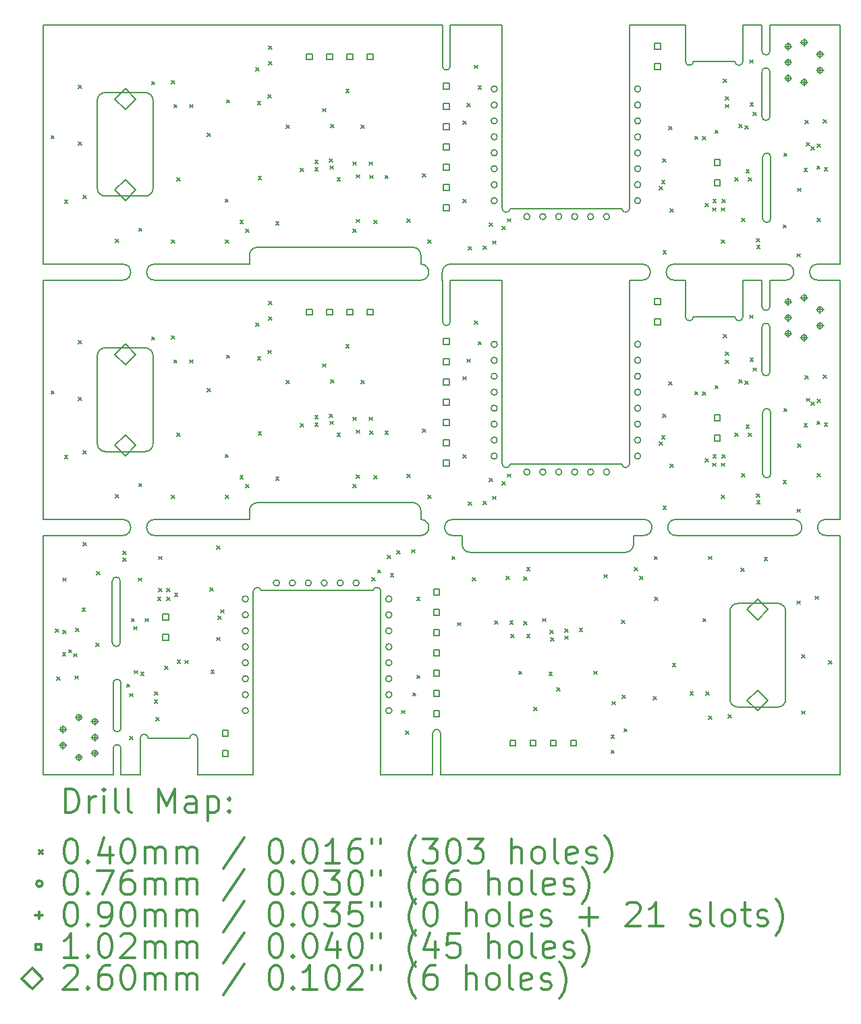
<source format=gbr>
%FSLAX45Y45*%
G04 Gerber Fmt 4.5, Leading zero omitted, Abs format (unit mm)*
G04 Created by KiCad (PCBNEW (2016-05-02 BZR 6765, Git 2f87409)-product) date 2016-05-10 21:51:13*
%MOMM*%
%LPD*%
G01*
G04 APERTURE LIST*
%ADD10C,0.127000*%
%ADD11C,0.150000*%
%ADD12C,0.200000*%
%ADD13C,0.300000*%
G04 APERTURE END LIST*
D10*
D11*
X15620000Y-8700000D02*
X15461000Y-8699000D01*
X16020000Y-8700000D02*
X16161000Y-8699000D01*
X8100000Y-11900000D02*
X9100000Y-11900000D01*
X9100000Y-11700000D02*
X8100000Y-11700000D01*
X9500000Y-11700000D02*
X10691000Y-11700000D01*
X12840000Y-11900000D02*
X9500000Y-11900000D01*
X13240000Y-11900000D02*
X13359000Y-11900000D01*
X15640000Y-11700000D02*
X13240000Y-11700000D01*
X15640000Y-11900000D02*
X15509000Y-11899000D01*
X16040000Y-11900000D02*
X17520000Y-11900000D01*
X17520000Y-11700000D02*
X16040000Y-11700000D01*
X17920000Y-11700000D02*
X18100000Y-11700000D01*
X18100000Y-11900000D02*
X17920000Y-11900000D01*
X18100000Y-8700000D02*
X17820000Y-8700000D01*
X17420000Y-8700000D02*
X17221000Y-8699000D01*
X9500000Y-8700000D02*
X12840000Y-8700000D01*
X8100000Y-8700000D02*
X9100000Y-8700000D01*
X9100000Y-8500000D02*
X8100000Y-8500000D01*
X9500000Y-8500000D02*
X10691000Y-8498000D01*
X15620000Y-8500000D02*
X13211000Y-8500000D01*
X17420000Y-8500000D02*
X16020000Y-8500000D01*
X18100000Y-8500000D02*
X17820000Y-8500000D01*
X17820000Y-8500000D02*
G75*
G03X17820000Y-8700000I0J-100000D01*
G01*
X17420000Y-8700000D02*
G75*
G03X17420000Y-8500000I0J100000D01*
G01*
X17920000Y-11700000D02*
G75*
G03X17920000Y-11900000I0J-100000D01*
G01*
X17520000Y-11900000D02*
G75*
G03X17520000Y-11700000I0J100000D01*
G01*
X16040000Y-11700000D02*
G75*
G03X16040000Y-11900000I0J-100000D01*
G01*
X15640000Y-11900000D02*
G75*
G03X15640000Y-11700000I0J100000D01*
G01*
X16020000Y-8500000D02*
G75*
G03X16020000Y-8700000I0J-100000D01*
G01*
X15620000Y-8700000D02*
G75*
G03X15620000Y-8500000I0J100000D01*
G01*
X13110000Y-8700000D02*
X13110000Y-8600000D01*
X13210000Y-8500000D02*
G75*
G03X13110000Y-8600000I0J-100000D01*
G01*
X12840000Y-8700000D02*
G75*
G03X12840000Y-8500000I0J100000D01*
G01*
X13240000Y-11700000D02*
G75*
G03X13240000Y-11900000I0J-100000D01*
G01*
X12840000Y-11900000D02*
G75*
G03X12840000Y-11700000I0J100000D01*
G01*
X9500000Y-11700000D02*
G75*
G03X9500000Y-11900000I0J-100000D01*
G01*
X9500000Y-8500000D02*
G75*
G03X9500000Y-8700000I0J-100000D01*
G01*
X9100000Y-8700000D02*
G75*
G03X9100000Y-8500000I0J100000D01*
G01*
X9100000Y-11900000D02*
G75*
G03X9100000Y-11700000I0J100000D01*
G01*
X13861010Y-7798000D02*
G75*
G03X13962000Y-7808000I50990J0D01*
G01*
X15361971Y-7807806D02*
G75*
G03X15461000Y-7798000I49029J9806D01*
G01*
X16161000Y-5958000D02*
G75*
G03X16261000Y-5958000I50000J0D01*
G01*
X16781000Y-5958000D02*
G75*
G03X16881000Y-5958000I50000J0D01*
G01*
X10691000Y-8388000D02*
X10691000Y-8498000D01*
X12741000Y-8288000D02*
X10791000Y-8288000D01*
X12841000Y-8388000D02*
X12840000Y-8500000D01*
X12841000Y-8388000D02*
G75*
G03X12741000Y-8288000I-100000J0D01*
G01*
X10791000Y-8288000D02*
G75*
G03X10691000Y-8388000I0J-100000D01*
G01*
X13211000Y-5498000D02*
X13861000Y-5498000D01*
X13111000Y-6018000D02*
X13111000Y-5498000D01*
X13211000Y-6018000D02*
X13211000Y-5498000D01*
X13111000Y-6018000D02*
G75*
G03X13211000Y-6018000I50000J0D01*
G01*
X16161000Y-5498000D02*
X15461000Y-5498000D01*
X13861000Y-7798000D02*
X13861000Y-5498000D01*
X15362000Y-7808000D02*
X13962000Y-7808000D01*
X15461000Y-5498000D02*
X15461000Y-7798000D01*
X16881000Y-5498000D02*
X17121000Y-5498000D01*
X16161000Y-5958000D02*
X16161000Y-5498000D01*
X16781000Y-5958000D02*
X16261000Y-5958000D01*
X16881000Y-5498000D02*
X16881000Y-5958000D01*
X18100000Y-5499000D02*
X17221000Y-5498000D01*
X17221000Y-5828000D02*
X17221000Y-5498000D01*
X17121000Y-5828000D02*
X17121000Y-5498000D01*
X17221000Y-6648000D02*
X17221000Y-6088000D01*
X17121000Y-6088000D02*
X17121000Y-6648000D01*
X17131000Y-7158000D02*
X17131000Y-7928000D01*
X17231000Y-7928000D02*
X17231000Y-7158000D01*
X17131000Y-7928000D02*
G75*
G03X17231000Y-7928000I50000J0D01*
G01*
X17231000Y-7158000D02*
G75*
G03X17131000Y-7158000I-50000J0D01*
G01*
X17121000Y-5828000D02*
G75*
G03X17221000Y-5828000I50000J0D01*
G01*
X17221000Y-6088000D02*
G75*
G03X17121000Y-6088000I-50000J0D01*
G01*
X17121000Y-6648000D02*
G75*
G03X17221000Y-6648000I50000J0D01*
G01*
X8781000Y-7548000D02*
G75*
G03X8881000Y-7648000I100000J0D01*
G01*
X9381000Y-7648000D02*
G75*
G03X9481000Y-7548000I0J100000D01*
G01*
X9481000Y-6448000D02*
G75*
G03X9381000Y-6348000I-100000J0D01*
G01*
X8881000Y-6348000D02*
G75*
G03X8781000Y-6448000I0J-100000D01*
G01*
X8781000Y-7548000D02*
X8781000Y-6448000D01*
X9381000Y-7648000D02*
X8881000Y-7648000D01*
X9481000Y-6448000D02*
X9481000Y-7548000D01*
X8881000Y-6348000D02*
X9381000Y-6348000D01*
X8100000Y-5499000D02*
X8100000Y-8499000D01*
X13111000Y-5498000D02*
X8100000Y-5499000D01*
X18100000Y-8499000D02*
X18100000Y-5499000D01*
X13861010Y-10999000D02*
G75*
G03X13962000Y-11009000I50990J0D01*
G01*
X15361971Y-11008806D02*
G75*
G03X15461000Y-10999000I49029J9806D01*
G01*
X16161000Y-9159000D02*
G75*
G03X16261000Y-9159000I50000J0D01*
G01*
X16781000Y-9159000D02*
G75*
G03X16881000Y-9159000I50000J0D01*
G01*
X10691000Y-11589000D02*
X10691000Y-11700000D01*
X12741000Y-11489000D02*
X10791000Y-11489000D01*
X12841000Y-11589000D02*
X12841000Y-11699000D01*
X12841000Y-11589000D02*
G75*
G03X12741000Y-11489000I-100000J0D01*
G01*
X10791000Y-11489000D02*
G75*
G03X10691000Y-11589000I0J-100000D01*
G01*
X13211000Y-8699000D02*
X13861000Y-8699000D01*
X13111000Y-9219000D02*
X13111000Y-8699000D01*
X13211000Y-9219000D02*
X13211000Y-8699000D01*
X13111000Y-9219000D02*
G75*
G03X13211000Y-9219000I50000J0D01*
G01*
X13861000Y-10999000D02*
X13861000Y-8699000D01*
X15362000Y-11009000D02*
X13962000Y-11009000D01*
X15461000Y-8699000D02*
X15461000Y-10999000D01*
X16881000Y-8699000D02*
X17121000Y-8699000D01*
X16161000Y-9159000D02*
X16161000Y-8699000D01*
X16781000Y-9159000D02*
X16261000Y-9159000D01*
X16881000Y-8699000D02*
X16881000Y-9159000D01*
X17221000Y-9029000D02*
X17221000Y-8699000D01*
X17121000Y-9029000D02*
X17121000Y-8699000D01*
X17221000Y-9849000D02*
X17221000Y-9289000D01*
X17121000Y-9289000D02*
X17121000Y-9849000D01*
X17131000Y-10359000D02*
X17131000Y-11129000D01*
X17231000Y-11129000D02*
X17231000Y-10359000D01*
X17131000Y-11129000D02*
G75*
G03X17231000Y-11129000I50000J0D01*
G01*
X17231000Y-10359000D02*
G75*
G03X17131000Y-10359000I-50000J0D01*
G01*
X17121000Y-9029000D02*
G75*
G03X17221000Y-9029000I50000J0D01*
G01*
X17221000Y-9289000D02*
G75*
G03X17121000Y-9289000I-50000J0D01*
G01*
X17121000Y-9849000D02*
G75*
G03X17221000Y-9849000I50000J0D01*
G01*
X8781000Y-10749000D02*
G75*
G03X8881000Y-10849000I100000J0D01*
G01*
X9381000Y-10849000D02*
G75*
G03X9481000Y-10749000I0J100000D01*
G01*
X9481000Y-9649000D02*
G75*
G03X9381000Y-9549000I-100000J0D01*
G01*
X8881000Y-9549000D02*
G75*
G03X8781000Y-9649000I0J-100000D01*
G01*
X8781000Y-10749000D02*
X8781000Y-9649000D01*
X9381000Y-10849000D02*
X8881000Y-10849000D01*
X9481000Y-9649000D02*
X9481000Y-10749000D01*
X8881000Y-9549000D02*
X9381000Y-9549000D01*
X8100000Y-8700000D02*
X8100000Y-11700000D01*
X18100000Y-11700000D02*
X18100000Y-8700000D01*
X12338990Y-12602000D02*
G75*
G03X12238000Y-12592000I-50990J0D01*
G01*
X10838029Y-12592194D02*
G75*
G03X10739000Y-12602000I-49029J-9806D01*
G01*
X10039000Y-14442000D02*
G75*
G03X9939000Y-14442000I-50000J0D01*
G01*
X9419000Y-14442000D02*
G75*
G03X9319000Y-14442000I-50000J0D01*
G01*
X15509000Y-12012000D02*
X15509000Y-11899000D01*
X13459000Y-12112000D02*
X15409000Y-12112000D01*
X13359000Y-12012000D02*
X13359000Y-11900000D01*
X13359000Y-12012000D02*
G75*
G03X13459000Y-12112000I100000J0D01*
G01*
X15409000Y-12112000D02*
G75*
G03X15509000Y-12012000I0J100000D01*
G01*
X12989000Y-14902000D02*
X12339000Y-14902000D01*
X13089000Y-14382000D02*
X13089000Y-14902000D01*
X12989000Y-14382000D02*
X12989000Y-14902000D01*
X13089000Y-14382000D02*
G75*
G03X12989000Y-14382000I-50000J0D01*
G01*
X10039000Y-14902000D02*
X10739000Y-14902000D01*
X12339000Y-12602000D02*
X12339000Y-14902000D01*
X10838000Y-12592000D02*
X12238000Y-12592000D01*
X10739000Y-14902000D02*
X10739000Y-12602000D01*
X9319000Y-14902000D02*
X9079000Y-14902000D01*
X10039000Y-14442000D02*
X10039000Y-14902000D01*
X9419000Y-14442000D02*
X9939000Y-14442000D01*
X9319000Y-14902000D02*
X9319000Y-14442000D01*
X8100000Y-14901000D02*
X8979000Y-14902000D01*
X8979000Y-14572000D02*
X8979000Y-14902000D01*
X9079000Y-14572000D02*
X9079000Y-14902000D01*
X8979000Y-13752000D02*
X8979000Y-14312000D01*
X9079000Y-14312000D02*
X9079000Y-13752000D01*
X9069000Y-13242000D02*
X9069000Y-12472000D01*
X8969000Y-12472000D02*
X8969000Y-13242000D01*
X9069000Y-12472000D02*
G75*
G03X8969000Y-12472000I-50000J0D01*
G01*
X8969000Y-13242000D02*
G75*
G03X9069000Y-13242000I50000J0D01*
G01*
X9079000Y-14572000D02*
G75*
G03X8979000Y-14572000I-50000J0D01*
G01*
X8979000Y-14312000D02*
G75*
G03X9079000Y-14312000I50000J0D01*
G01*
X9079000Y-13752000D02*
G75*
G03X8979000Y-13752000I-50000J0D01*
G01*
X17419000Y-12852000D02*
G75*
G03X17319000Y-12752000I-100000J0D01*
G01*
X16819000Y-12752000D02*
G75*
G03X16719000Y-12852000I0J-100000D01*
G01*
X16719000Y-13952000D02*
G75*
G03X16819000Y-14052000I100000J0D01*
G01*
X17319000Y-14052000D02*
G75*
G03X17419000Y-13952000I0J100000D01*
G01*
X17419000Y-12852000D02*
X17419000Y-13952000D01*
X16819000Y-12752000D02*
X17319000Y-12752000D01*
X16719000Y-13952000D02*
X16719000Y-12852000D01*
X17319000Y-14052000D02*
X16819000Y-14052000D01*
X18100000Y-14901000D02*
X18100000Y-11901000D01*
X13089000Y-14902000D02*
X18100000Y-14901000D01*
X8100000Y-11901000D02*
X8100000Y-14901000D01*
D12*
X8201000Y-6888000D02*
X8241000Y-6928000D01*
X8241000Y-6888000D02*
X8201000Y-6928000D01*
X8201000Y-10089000D02*
X8241000Y-10129000D01*
X8241000Y-10089000D02*
X8201000Y-10129000D01*
X8256000Y-13073000D02*
X8296000Y-13113000D01*
X8296000Y-13073000D02*
X8256000Y-13113000D01*
X8270000Y-13671000D02*
X8310000Y-13711000D01*
X8310000Y-13671000D02*
X8270000Y-13711000D01*
X8345665Y-13367628D02*
X8385665Y-13407628D01*
X8385665Y-13367628D02*
X8345665Y-13407628D01*
X8347001Y-12432930D02*
X8387001Y-12472930D01*
X8387001Y-12432930D02*
X8347001Y-12472930D01*
X8350150Y-13091045D02*
X8390150Y-13131045D01*
X8390150Y-13091045D02*
X8350150Y-13131045D01*
X8371000Y-7698000D02*
X8411000Y-7738000D01*
X8411000Y-7698000D02*
X8371000Y-7738000D01*
X8371000Y-10899000D02*
X8411000Y-10939000D01*
X8411000Y-10899000D02*
X8371000Y-10939000D01*
X8420000Y-13331000D02*
X8460000Y-13371000D01*
X8460000Y-13331000D02*
X8420000Y-13371000D01*
X8482607Y-13380806D02*
X8522607Y-13420806D01*
X8522607Y-13380806D02*
X8482607Y-13420806D01*
X8500000Y-13661000D02*
X8540000Y-13701000D01*
X8540000Y-13661000D02*
X8500000Y-13701000D01*
X8510000Y-13061000D02*
X8550000Y-13101000D01*
X8550000Y-13061000D02*
X8510000Y-13101000D01*
X8541000Y-6258000D02*
X8581000Y-6298000D01*
X8581000Y-6258000D02*
X8541000Y-6298000D01*
X8541000Y-6968000D02*
X8581000Y-7008000D01*
X8581000Y-6968000D02*
X8541000Y-7008000D01*
X8541000Y-9459000D02*
X8581000Y-9499000D01*
X8581000Y-9459000D02*
X8541000Y-9499000D01*
X8541000Y-10169000D02*
X8581000Y-10209000D01*
X8581000Y-10169000D02*
X8541000Y-10209000D01*
X8590000Y-12811000D02*
X8630000Y-12851000D01*
X8630000Y-12811000D02*
X8590000Y-12851000D01*
X8600000Y-11991000D02*
X8640000Y-12031000D01*
X8640000Y-11991000D02*
X8600000Y-12031000D01*
X8601000Y-7638000D02*
X8641000Y-7678000D01*
X8641000Y-7638000D02*
X8601000Y-7678000D01*
X8601000Y-10839000D02*
X8641000Y-10879000D01*
X8641000Y-10839000D02*
X8601000Y-10879000D01*
X8765000Y-13253000D02*
X8805000Y-13293000D01*
X8805000Y-13253000D02*
X8765000Y-13293000D01*
X8774000Y-12354000D02*
X8814000Y-12394000D01*
X8814000Y-12354000D02*
X8774000Y-12394000D01*
X9011000Y-8188000D02*
X9051000Y-8228000D01*
X9051000Y-8188000D02*
X9011000Y-8228000D01*
X9011000Y-11389000D02*
X9051000Y-11429000D01*
X9051000Y-11389000D02*
X9011000Y-11429000D01*
X9103000Y-12098000D02*
X9143000Y-12138000D01*
X9143000Y-12098000D02*
X9103000Y-12138000D01*
X9105000Y-12182000D02*
X9145000Y-12222000D01*
X9145000Y-12182000D02*
X9105000Y-12222000D01*
X9149000Y-13762000D02*
X9189000Y-13802000D01*
X9189000Y-13762000D02*
X9149000Y-13802000D01*
X9189000Y-13882000D02*
X9229000Y-13922000D01*
X9229000Y-13882000D02*
X9189000Y-13922000D01*
X9190000Y-14421000D02*
X9230000Y-14461000D01*
X9230000Y-14421000D02*
X9190000Y-14461000D01*
X9209000Y-12942000D02*
X9249000Y-12982000D01*
X9249000Y-12942000D02*
X9209000Y-12982000D01*
X9239001Y-13043000D02*
X9279001Y-13083000D01*
X9279001Y-13043000D02*
X9239001Y-13083000D01*
X9249001Y-13594183D02*
X9289001Y-13634183D01*
X9289001Y-13594183D02*
X9249001Y-13634183D01*
X9295000Y-12433000D02*
X9335000Y-12473000D01*
X9335000Y-12433000D02*
X9295000Y-12473000D01*
X9301000Y-8048000D02*
X9341000Y-8088000D01*
X9341000Y-8048000D02*
X9301000Y-8088000D01*
X9301000Y-11249000D02*
X9341000Y-11289000D01*
X9341000Y-11249000D02*
X9301000Y-11289000D01*
X9326202Y-13615164D02*
X9366202Y-13655164D01*
X9366202Y-13615164D02*
X9326202Y-13655164D01*
X9379000Y-12942000D02*
X9419000Y-12982000D01*
X9419000Y-12942000D02*
X9379000Y-12982000D01*
X9461000Y-6210501D02*
X9501000Y-6250501D01*
X9501000Y-6210501D02*
X9461000Y-6250501D01*
X9461000Y-9411501D02*
X9501000Y-9451501D01*
X9501000Y-9411501D02*
X9461000Y-9451501D01*
X9496392Y-13958499D02*
X9536392Y-13998499D01*
X9536392Y-13958499D02*
X9496392Y-13998499D01*
X9500000Y-13861000D02*
X9540000Y-13901000D01*
X9540000Y-13861000D02*
X9500000Y-13901000D01*
X9520000Y-14181000D02*
X9560000Y-14221000D01*
X9560000Y-14181000D02*
X9520000Y-14221000D01*
X9539000Y-12672000D02*
X9579000Y-12712000D01*
X9579000Y-12672000D02*
X9539000Y-12712000D01*
X9548000Y-12566000D02*
X9588000Y-12606000D01*
X9588000Y-12566000D02*
X9548000Y-12606000D01*
X9549000Y-12162000D02*
X9589000Y-12202000D01*
X9589000Y-12162000D02*
X9549000Y-12202000D01*
X9629000Y-13541000D02*
X9669000Y-13581000D01*
X9669000Y-13541000D02*
X9629000Y-13581000D01*
X9654000Y-12672000D02*
X9694000Y-12712000D01*
X9694000Y-12672000D02*
X9654000Y-12712000D01*
X9655000Y-12566000D02*
X9695000Y-12606000D01*
X9695000Y-12566000D02*
X9655000Y-12606000D01*
X9711000Y-6198000D02*
X9751000Y-6238000D01*
X9751000Y-6198000D02*
X9711000Y-6238000D01*
X9711000Y-8198000D02*
X9751000Y-8238000D01*
X9751000Y-8198000D02*
X9711000Y-8238000D01*
X9711000Y-9399000D02*
X9751000Y-9439000D01*
X9751000Y-9399000D02*
X9711000Y-9439000D01*
X9711000Y-11399000D02*
X9751000Y-11439000D01*
X9751000Y-11399000D02*
X9711000Y-11439000D01*
X9741000Y-6498000D02*
X9781000Y-6538000D01*
X9781000Y-6498000D02*
X9741000Y-6538000D01*
X9741000Y-9699000D02*
X9781000Y-9739000D01*
X9781000Y-9699000D02*
X9741000Y-9739000D01*
X9749000Y-12622000D02*
X9789000Y-12662000D01*
X9789000Y-12622000D02*
X9749000Y-12662000D01*
X9781000Y-7418000D02*
X9821000Y-7458000D01*
X9821000Y-7418000D02*
X9781000Y-7458000D01*
X9781000Y-10619000D02*
X9821000Y-10659000D01*
X9821000Y-10619000D02*
X9781000Y-10659000D01*
X9784000Y-13460000D02*
X9824000Y-13500000D01*
X9824000Y-13460000D02*
X9784000Y-13500000D01*
X9882000Y-13465000D02*
X9922000Y-13505000D01*
X9922000Y-13465000D02*
X9882000Y-13505000D01*
X9941000Y-6498000D02*
X9981000Y-6538000D01*
X9981000Y-6498000D02*
X9941000Y-6538000D01*
X9941000Y-9699000D02*
X9981000Y-9739000D01*
X9981000Y-9699000D02*
X9941000Y-9739000D01*
X10161000Y-6858000D02*
X10201000Y-6898000D01*
X10201000Y-6858000D02*
X10161000Y-6898000D01*
X10161000Y-10059000D02*
X10201000Y-10099000D01*
X10201000Y-10059000D02*
X10161000Y-10099000D01*
X10191501Y-12554501D02*
X10231501Y-12594501D01*
X10231501Y-12554501D02*
X10191501Y-12594501D01*
X10208000Y-13589000D02*
X10248000Y-13629000D01*
X10248000Y-13589000D02*
X10208000Y-13629000D01*
X10279000Y-12031000D02*
X10319000Y-12071000D01*
X10319000Y-12031000D02*
X10279000Y-12071000D01*
X10281498Y-13178000D02*
X10321498Y-13218000D01*
X10321498Y-13178000D02*
X10281498Y-13218000D01*
X10296499Y-12911725D02*
X10336499Y-12951725D01*
X10336499Y-12911725D02*
X10296499Y-12951725D01*
X10329000Y-12832000D02*
X10369000Y-12872000D01*
X10369000Y-12832000D02*
X10329000Y-12872000D01*
X10386000Y-7683000D02*
X10426000Y-7723000D01*
X10426000Y-7683000D02*
X10386000Y-7723000D01*
X10386000Y-10884000D02*
X10426000Y-10924000D01*
X10426000Y-10884000D02*
X10386000Y-10924000D01*
X10391000Y-8198000D02*
X10431000Y-8238000D01*
X10431000Y-8198000D02*
X10391000Y-8238000D01*
X10391000Y-11399000D02*
X10431000Y-11439000D01*
X10431000Y-11399000D02*
X10391000Y-11439000D01*
X10401000Y-6438000D02*
X10441000Y-6478000D01*
X10441000Y-6438000D02*
X10401000Y-6478000D01*
X10401000Y-9639000D02*
X10441000Y-9679000D01*
X10441000Y-9639000D02*
X10401000Y-9679000D01*
X10571000Y-7948000D02*
X10611000Y-7988000D01*
X10611000Y-7948000D02*
X10571000Y-7988000D01*
X10571000Y-11149000D02*
X10611000Y-11189000D01*
X10611000Y-11149000D02*
X10571000Y-11189000D01*
X10641000Y-8058000D02*
X10681000Y-8098000D01*
X10681000Y-8058000D02*
X10641000Y-8098000D01*
X10641000Y-11259000D02*
X10681000Y-11299000D01*
X10681000Y-11259000D02*
X10641000Y-11299000D01*
X10771000Y-6038000D02*
X10811000Y-6078000D01*
X10811000Y-6038000D02*
X10771000Y-6078000D01*
X10771000Y-9239000D02*
X10811000Y-9279000D01*
X10811000Y-9239000D02*
X10771000Y-9279000D01*
X10791000Y-6458000D02*
X10831000Y-6498000D01*
X10831000Y-6458000D02*
X10791000Y-6498000D01*
X10791000Y-9659000D02*
X10831000Y-9699000D01*
X10831000Y-9659000D02*
X10791000Y-9699000D01*
X10801000Y-7398000D02*
X10841000Y-7438000D01*
X10841000Y-7398000D02*
X10801000Y-7438000D01*
X10801000Y-10599000D02*
X10841000Y-10639000D01*
X10841000Y-10599000D02*
X10801000Y-10639000D01*
X10921000Y-6378000D02*
X10961000Y-6418000D01*
X10961000Y-6378000D02*
X10921000Y-6418000D01*
X10921000Y-9579000D02*
X10961000Y-9619000D01*
X10961000Y-9579000D02*
X10921000Y-9619000D01*
X10931000Y-5768000D02*
X10971000Y-5808000D01*
X10971000Y-5768000D02*
X10931000Y-5808000D01*
X10931000Y-5958000D02*
X10971000Y-5998000D01*
X10971000Y-5958000D02*
X10931000Y-5998000D01*
X10931000Y-8969000D02*
X10971000Y-9009000D01*
X10971000Y-8969000D02*
X10931000Y-9009000D01*
X10931000Y-9159000D02*
X10971000Y-9199000D01*
X10971000Y-9159000D02*
X10931000Y-9199000D01*
X11021000Y-7967999D02*
X11061000Y-8007999D01*
X11061000Y-7967999D02*
X11021000Y-8007999D01*
X11021000Y-11168999D02*
X11061000Y-11208999D01*
X11061000Y-11168999D02*
X11021000Y-11208999D01*
X11151000Y-6758000D02*
X11191000Y-6798000D01*
X11191000Y-6758000D02*
X11151000Y-6798000D01*
X11151000Y-9959000D02*
X11191000Y-9999000D01*
X11191000Y-9959000D02*
X11151000Y-9999000D01*
X11331000Y-7298000D02*
X11371000Y-7338000D01*
X11371000Y-7298000D02*
X11331000Y-7338000D01*
X11331000Y-10499000D02*
X11371000Y-10539000D01*
X11371000Y-10499000D02*
X11331000Y-10539000D01*
X11511000Y-7198000D02*
X11551000Y-7238000D01*
X11551000Y-7198000D02*
X11511000Y-7238000D01*
X11511000Y-7288000D02*
X11551000Y-7328000D01*
X11551000Y-7288000D02*
X11511000Y-7328000D01*
X11511000Y-10399000D02*
X11551000Y-10439000D01*
X11551000Y-10399000D02*
X11511000Y-10439000D01*
X11511000Y-10489000D02*
X11551000Y-10529000D01*
X11551000Y-10489000D02*
X11511000Y-10529000D01*
X11611000Y-6548000D02*
X11651000Y-6588000D01*
X11651000Y-6548000D02*
X11611000Y-6588000D01*
X11611000Y-9749000D02*
X11651000Y-9789000D01*
X11651000Y-9749000D02*
X11611000Y-9789000D01*
X11691000Y-7178000D02*
X11731000Y-7218000D01*
X11731000Y-7178000D02*
X11691000Y-7218000D01*
X11691000Y-10379000D02*
X11731000Y-10419000D01*
X11731000Y-10379000D02*
X11691000Y-10419000D01*
X11701000Y-7268000D02*
X11741000Y-7308000D01*
X11741000Y-7268000D02*
X11701000Y-7308000D01*
X11701000Y-10469000D02*
X11741000Y-10509000D01*
X11741000Y-10469000D02*
X11701000Y-10509000D01*
X11711000Y-6748000D02*
X11751000Y-6788000D01*
X11751000Y-6748000D02*
X11711000Y-6788000D01*
X11711000Y-9949000D02*
X11751000Y-9989000D01*
X11751000Y-9949000D02*
X11711000Y-9989000D01*
X11791000Y-7418000D02*
X11831000Y-7458000D01*
X11831000Y-7418000D02*
X11791000Y-7458000D01*
X11791000Y-10619000D02*
X11831000Y-10659000D01*
X11831000Y-10619000D02*
X11791000Y-10659000D01*
X11901000Y-6308000D02*
X11941000Y-6348000D01*
X11941000Y-6308000D02*
X11901000Y-6348000D01*
X11901000Y-9509000D02*
X11941000Y-9549000D01*
X11941000Y-9509000D02*
X11901000Y-9549000D01*
X11991000Y-7218000D02*
X12031000Y-7258000D01*
X12031000Y-7218000D02*
X11991000Y-7258000D01*
X11991000Y-8058000D02*
X12031000Y-8098000D01*
X12031000Y-8058000D02*
X11991000Y-8098000D01*
X11991000Y-10419000D02*
X12031000Y-10459000D01*
X12031000Y-10419000D02*
X11991000Y-10459000D01*
X11991000Y-11259000D02*
X12031000Y-11299000D01*
X12031000Y-11259000D02*
X11991000Y-11299000D01*
X12031000Y-7378000D02*
X12071000Y-7418000D01*
X12071000Y-7378000D02*
X12031000Y-7418000D01*
X12031000Y-7938000D02*
X12071000Y-7978000D01*
X12071000Y-7938000D02*
X12031000Y-7978000D01*
X12031000Y-10579000D02*
X12071000Y-10619000D01*
X12071000Y-10579000D02*
X12031000Y-10619000D01*
X12031000Y-11139000D02*
X12071000Y-11179000D01*
X12071000Y-11139000D02*
X12031000Y-11179000D01*
X12091000Y-6758000D02*
X12131000Y-6798000D01*
X12131000Y-6758000D02*
X12091000Y-6798000D01*
X12091000Y-9959000D02*
X12131000Y-9999000D01*
X12131000Y-9959000D02*
X12091000Y-9999000D01*
X12191000Y-7218000D02*
X12231000Y-7258000D01*
X12231000Y-7218000D02*
X12191000Y-7258000D01*
X12191000Y-10419000D02*
X12231000Y-10459000D01*
X12231000Y-10419000D02*
X12191000Y-10459000D01*
X12201000Y-7388000D02*
X12241000Y-7428000D01*
X12241000Y-7388000D02*
X12201000Y-7428000D01*
X12201000Y-10589000D02*
X12241000Y-10629000D01*
X12241000Y-10589000D02*
X12201000Y-10629000D01*
X12229000Y-12432000D02*
X12269000Y-12472000D01*
X12269000Y-12432000D02*
X12229000Y-12472000D01*
X12251000Y-7948000D02*
X12291000Y-7988000D01*
X12291000Y-7948000D02*
X12251000Y-7988000D01*
X12251000Y-11149000D02*
X12291000Y-11189000D01*
X12291000Y-11149000D02*
X12251000Y-11189000D01*
X12299000Y-12332000D02*
X12339000Y-12372000D01*
X12339000Y-12332000D02*
X12299000Y-12372000D01*
X12391000Y-7388000D02*
X12431000Y-7428000D01*
X12431000Y-7388000D02*
X12391000Y-7428000D01*
X12391000Y-10589000D02*
X12431000Y-10629000D01*
X12431000Y-10589000D02*
X12391000Y-10629000D01*
X12419000Y-12152000D02*
X12459000Y-12192000D01*
X12459000Y-12152000D02*
X12419000Y-12192000D01*
X12459000Y-12377002D02*
X12499000Y-12417002D01*
X12499000Y-12377002D02*
X12459000Y-12417002D01*
X12539275Y-12089499D02*
X12579275Y-12129499D01*
X12579275Y-12089499D02*
X12539275Y-12129499D01*
X12599000Y-14092000D02*
X12639000Y-14132000D01*
X12639000Y-14092000D02*
X12599000Y-14132000D01*
X12649000Y-14352000D02*
X12689000Y-14392000D01*
X12689000Y-14352000D02*
X12649000Y-14392000D01*
X12669247Y-7930501D02*
X12709247Y-7970501D01*
X12709247Y-7930501D02*
X12669247Y-7970501D01*
X12669247Y-11131501D02*
X12709247Y-11171501D01*
X12709247Y-11131501D02*
X12669247Y-11171501D01*
X12722985Y-12078016D02*
X12762985Y-12118016D01*
X12762985Y-12078016D02*
X12722985Y-12118016D01*
X12739000Y-13872000D02*
X12779000Y-13912000D01*
X12779000Y-13872000D02*
X12739000Y-13912000D01*
X12789000Y-12672000D02*
X12829000Y-12712000D01*
X12829000Y-12672000D02*
X12789000Y-12712000D01*
X12789000Y-13652000D02*
X12829000Y-13692000D01*
X12829000Y-13652000D02*
X12789000Y-13692000D01*
X12861000Y-7368000D02*
X12901000Y-7408000D01*
X12901000Y-7368000D02*
X12861000Y-7408000D01*
X12861000Y-10569000D02*
X12901000Y-10609000D01*
X12901000Y-10569000D02*
X12861000Y-10609000D01*
X12931000Y-8198000D02*
X12971000Y-8238000D01*
X12971000Y-8198000D02*
X12931000Y-8238000D01*
X12931000Y-11399000D02*
X12971000Y-11439000D01*
X12971000Y-11399000D02*
X12931000Y-11439000D01*
X13229000Y-12162000D02*
X13269000Y-12202000D01*
X13269000Y-12162000D02*
X13229000Y-12202000D01*
X13299000Y-12992000D02*
X13339000Y-13032000D01*
X13339000Y-12992000D02*
X13299000Y-13032000D01*
X13371000Y-6708000D02*
X13411000Y-6748000D01*
X13411000Y-6708000D02*
X13371000Y-6748000D01*
X13371000Y-7688000D02*
X13411000Y-7728000D01*
X13411000Y-7688000D02*
X13371000Y-7728000D01*
X13371000Y-9909000D02*
X13411000Y-9949000D01*
X13411000Y-9909000D02*
X13371000Y-9949000D01*
X13371000Y-10889000D02*
X13411000Y-10929000D01*
X13411000Y-10889000D02*
X13371000Y-10929000D01*
X13421000Y-6488000D02*
X13461000Y-6528000D01*
X13461000Y-6488000D02*
X13421000Y-6528000D01*
X13421000Y-9689000D02*
X13461000Y-9729000D01*
X13461000Y-9689000D02*
X13421000Y-9729000D01*
X13437015Y-8281984D02*
X13477015Y-8321984D01*
X13477015Y-8281984D02*
X13437015Y-8321984D01*
X13437015Y-11482984D02*
X13477015Y-11522984D01*
X13477015Y-11482984D02*
X13437015Y-11522984D01*
X13490753Y-12429499D02*
X13530753Y-12469499D01*
X13530753Y-12429499D02*
X13490753Y-12469499D01*
X13511000Y-6008000D02*
X13551000Y-6048000D01*
X13551000Y-6008000D02*
X13511000Y-6048000D01*
X13511000Y-9209000D02*
X13551000Y-9249000D01*
X13551000Y-9209000D02*
X13511000Y-9249000D01*
X13561000Y-6268000D02*
X13601000Y-6308000D01*
X13601000Y-6268000D02*
X13561000Y-6308000D01*
X13561000Y-9469000D02*
X13601000Y-9509000D01*
X13601000Y-9469000D02*
X13561000Y-9509000D01*
X13620725Y-8270501D02*
X13660725Y-8310501D01*
X13660725Y-8270501D02*
X13620725Y-8310501D01*
X13620725Y-11471501D02*
X13660725Y-11511501D01*
X13660725Y-11471501D02*
X13620725Y-11511501D01*
X13701000Y-7982998D02*
X13741000Y-8022998D01*
X13741000Y-7982998D02*
X13701000Y-8022998D01*
X13701000Y-11183998D02*
X13741000Y-11223998D01*
X13741000Y-11183998D02*
X13701000Y-11223998D01*
X13741000Y-8208000D02*
X13781000Y-8248000D01*
X13781000Y-8208000D02*
X13741000Y-8248000D01*
X13741000Y-11409000D02*
X13781000Y-11449000D01*
X13781000Y-11409000D02*
X13741000Y-11449000D01*
X13769000Y-12972000D02*
X13809000Y-13012000D01*
X13809000Y-12972000D02*
X13769000Y-13012000D01*
X13861000Y-8028000D02*
X13901000Y-8068000D01*
X13901000Y-8028000D02*
X13861000Y-8068000D01*
X13861000Y-11229000D02*
X13901000Y-11269000D01*
X13901000Y-11229000D02*
X13861000Y-11269000D01*
X13909000Y-12412000D02*
X13949000Y-12452000D01*
X13949000Y-12412000D02*
X13909000Y-12452000D01*
X13931000Y-7928000D02*
X13971000Y-7968000D01*
X13971000Y-7928000D02*
X13931000Y-7968000D01*
X13931000Y-11129000D02*
X13971000Y-11169000D01*
X13971000Y-11129000D02*
X13931000Y-11169000D01*
X13959000Y-12972000D02*
X13999000Y-13012000D01*
X13999000Y-12972000D02*
X13959000Y-13012000D01*
X13969000Y-13142000D02*
X14009000Y-13182000D01*
X14009000Y-13142000D02*
X13969000Y-13182000D01*
X14069000Y-13602000D02*
X14109000Y-13642000D01*
X14109000Y-13602000D02*
X14069000Y-13642000D01*
X14129000Y-12422000D02*
X14169000Y-12462000D01*
X14169000Y-12422000D02*
X14129000Y-12462000D01*
X14129000Y-12982000D02*
X14169000Y-13022000D01*
X14169000Y-12982000D02*
X14129000Y-13022000D01*
X14169000Y-12302000D02*
X14209000Y-12342000D01*
X14209000Y-12302000D02*
X14169000Y-12342000D01*
X14169000Y-13142000D02*
X14209000Y-13182000D01*
X14209000Y-13142000D02*
X14169000Y-13182000D01*
X14259000Y-14052000D02*
X14299000Y-14092000D01*
X14299000Y-14052000D02*
X14259000Y-14092000D01*
X14369000Y-12942000D02*
X14409000Y-12982000D01*
X14409000Y-12942000D02*
X14369000Y-12982000D01*
X14449000Y-13612000D02*
X14489000Y-13652000D01*
X14489000Y-13612000D02*
X14449000Y-13652000D01*
X14459000Y-13092000D02*
X14499000Y-13132000D01*
X14499000Y-13092000D02*
X14459000Y-13132000D01*
X14469000Y-13182000D02*
X14509000Y-13222000D01*
X14509000Y-13182000D02*
X14469000Y-13222000D01*
X14549000Y-13812000D02*
X14589000Y-13852000D01*
X14589000Y-13812000D02*
X14549000Y-13852000D01*
X14649000Y-13072000D02*
X14689000Y-13112000D01*
X14689000Y-13072000D02*
X14649000Y-13112000D01*
X14649000Y-13162000D02*
X14689000Y-13202000D01*
X14689000Y-13162000D02*
X14649000Y-13202000D01*
X14829000Y-13062000D02*
X14869000Y-13102000D01*
X14869000Y-13062000D02*
X14829000Y-13102000D01*
X15009000Y-13602000D02*
X15049000Y-13642000D01*
X15049000Y-13602000D02*
X15009000Y-13642000D01*
X15139000Y-12392001D02*
X15179000Y-12432001D01*
X15179000Y-12392001D02*
X15139000Y-12432001D01*
X15229000Y-14402000D02*
X15269000Y-14442000D01*
X15269000Y-14402000D02*
X15229000Y-14442000D01*
X15229000Y-14592000D02*
X15269000Y-14632000D01*
X15269000Y-14592000D02*
X15229000Y-14632000D01*
X15239000Y-13982000D02*
X15279000Y-14022000D01*
X15279000Y-13982000D02*
X15239000Y-14022000D01*
X15359000Y-12962000D02*
X15399000Y-13002000D01*
X15399000Y-12962000D02*
X15359000Y-13002000D01*
X15369000Y-13902000D02*
X15409000Y-13942000D01*
X15409000Y-13902000D02*
X15369000Y-13942000D01*
X15389000Y-14322000D02*
X15429000Y-14362000D01*
X15429000Y-14322000D02*
X15389000Y-14362000D01*
X15519000Y-12302000D02*
X15559000Y-12342000D01*
X15559000Y-12302000D02*
X15519000Y-12342000D01*
X15589000Y-12412000D02*
X15629000Y-12452000D01*
X15629000Y-12412000D02*
X15589000Y-12452000D01*
X15759000Y-13922000D02*
X15799000Y-13962000D01*
X15799000Y-13922000D02*
X15759000Y-13962000D01*
X15769000Y-12162000D02*
X15809000Y-12202000D01*
X15809000Y-12162000D02*
X15769000Y-12202000D01*
X15774000Y-12677000D02*
X15814000Y-12717000D01*
X15814000Y-12677000D02*
X15774000Y-12717000D01*
X15831000Y-7528000D02*
X15871000Y-7568000D01*
X15871000Y-7528000D02*
X15831000Y-7568000D01*
X15831000Y-10729000D02*
X15871000Y-10769000D01*
X15871000Y-10729000D02*
X15831000Y-10769000D01*
X15863501Y-7448275D02*
X15903501Y-7488275D01*
X15903501Y-7448275D02*
X15863501Y-7488275D01*
X15863501Y-10649275D02*
X15903501Y-10689275D01*
X15903501Y-10649275D02*
X15863501Y-10689275D01*
X15878502Y-7182000D02*
X15918502Y-7222000D01*
X15918502Y-7182000D02*
X15878502Y-7222000D01*
X15878502Y-10383000D02*
X15918502Y-10423000D01*
X15918502Y-10383000D02*
X15878502Y-10423000D01*
X15881000Y-8329000D02*
X15921000Y-8369000D01*
X15921000Y-8329000D02*
X15881000Y-8369000D01*
X15881000Y-11530000D02*
X15921000Y-11570000D01*
X15921000Y-11530000D02*
X15881000Y-11570000D01*
X15952000Y-6771000D02*
X15992000Y-6811000D01*
X15992000Y-6771000D02*
X15952000Y-6811000D01*
X15952000Y-9972000D02*
X15992000Y-10012000D01*
X15992000Y-9972000D02*
X15952000Y-10012000D01*
X15968499Y-7805499D02*
X16008499Y-7845499D01*
X16008499Y-7805499D02*
X15968499Y-7845499D01*
X15968499Y-11006499D02*
X16008499Y-11046499D01*
X16008499Y-11006499D02*
X15968499Y-11046499D01*
X15999000Y-13502000D02*
X16039000Y-13542000D01*
X16039000Y-13502000D02*
X15999000Y-13542000D01*
X16219000Y-13862000D02*
X16259000Y-13902000D01*
X16259000Y-13862000D02*
X16219000Y-13902000D01*
X16278000Y-6895000D02*
X16318000Y-6935000D01*
X16318000Y-6895000D02*
X16278000Y-6935000D01*
X16278000Y-10096000D02*
X16318000Y-10136000D01*
X16318000Y-10096000D02*
X16278000Y-10136000D01*
X16376000Y-6900000D02*
X16416000Y-6940000D01*
X16416000Y-6900000D02*
X16376000Y-6940000D01*
X16376000Y-10101000D02*
X16416000Y-10141000D01*
X16416000Y-10101000D02*
X16376000Y-10141000D01*
X16379000Y-12942000D02*
X16419000Y-12982000D01*
X16419000Y-12942000D02*
X16379000Y-12982000D01*
X16411000Y-7738000D02*
X16451000Y-7778000D01*
X16451000Y-7738000D02*
X16411000Y-7778000D01*
X16411000Y-10939000D02*
X16451000Y-10979000D01*
X16451000Y-10939000D02*
X16411000Y-10979000D01*
X16419000Y-13862000D02*
X16459000Y-13902000D01*
X16459000Y-13862000D02*
X16419000Y-13902000D01*
X16449000Y-12162000D02*
X16489000Y-12202000D01*
X16489000Y-12162000D02*
X16449000Y-12202000D01*
X16449000Y-14162000D02*
X16489000Y-14202000D01*
X16489000Y-14162000D02*
X16449000Y-14202000D01*
X16505000Y-7794000D02*
X16545000Y-7834000D01*
X16545000Y-7794000D02*
X16505000Y-7834000D01*
X16505000Y-10995000D02*
X16545000Y-11035000D01*
X16545000Y-10995000D02*
X16505000Y-11035000D01*
X16506000Y-7688000D02*
X16546000Y-7728000D01*
X16546000Y-7688000D02*
X16506000Y-7728000D01*
X16506000Y-10889000D02*
X16546000Y-10929000D01*
X16546000Y-10889000D02*
X16506000Y-10929000D01*
X16531000Y-6819000D02*
X16571000Y-6859000D01*
X16571000Y-6819000D02*
X16531000Y-6859000D01*
X16531000Y-10020000D02*
X16571000Y-10060000D01*
X16571000Y-10020000D02*
X16531000Y-10060000D01*
X16611000Y-8198000D02*
X16651000Y-8238000D01*
X16651000Y-8198000D02*
X16611000Y-8238000D01*
X16611000Y-11399000D02*
X16651000Y-11439000D01*
X16651000Y-11399000D02*
X16611000Y-11439000D01*
X16612000Y-7794000D02*
X16652000Y-7834000D01*
X16652000Y-7794000D02*
X16612000Y-7834000D01*
X16612000Y-10995000D02*
X16652000Y-11035000D01*
X16652000Y-10995000D02*
X16612000Y-11035000D01*
X16621000Y-7688000D02*
X16661000Y-7728000D01*
X16661000Y-7688000D02*
X16621000Y-7728000D01*
X16621000Y-10889000D02*
X16661000Y-10929000D01*
X16661000Y-10889000D02*
X16621000Y-10929000D01*
X16640000Y-6179000D02*
X16680000Y-6219000D01*
X16680000Y-6179000D02*
X16640000Y-6219000D01*
X16640000Y-9380000D02*
X16680000Y-9420000D01*
X16680000Y-9380000D02*
X16640000Y-9420000D01*
X16660000Y-6499000D02*
X16700000Y-6539000D01*
X16700000Y-6499000D02*
X16660000Y-6539000D01*
X16660000Y-9700000D02*
X16700000Y-9740000D01*
X16700000Y-9700000D02*
X16660000Y-9740000D01*
X16663608Y-6401501D02*
X16703608Y-6441501D01*
X16703608Y-6401501D02*
X16663608Y-6441501D01*
X16663608Y-9602501D02*
X16703608Y-9642501D01*
X16703608Y-9602501D02*
X16663608Y-9642501D01*
X16699000Y-14149499D02*
X16739000Y-14189499D01*
X16739000Y-14149499D02*
X16699000Y-14189499D01*
X16781000Y-7418000D02*
X16821000Y-7458000D01*
X16821000Y-7418000D02*
X16781000Y-7458000D01*
X16781000Y-10619000D02*
X16821000Y-10659000D01*
X16821000Y-10619000D02*
X16781000Y-10659000D01*
X16833798Y-6744836D02*
X16873798Y-6784836D01*
X16873798Y-6744836D02*
X16833798Y-6784836D01*
X16833798Y-9945836D02*
X16873798Y-9985836D01*
X16873798Y-9945836D02*
X16833798Y-9985836D01*
X16859000Y-12312000D02*
X16899000Y-12352000D01*
X16899000Y-12312000D02*
X16859000Y-12352000D01*
X16865000Y-7927000D02*
X16905000Y-7967000D01*
X16905000Y-7927000D02*
X16865000Y-7967000D01*
X16865000Y-11128000D02*
X16905000Y-11168000D01*
X16905000Y-11128000D02*
X16865000Y-11168000D01*
X16910999Y-6765817D02*
X16950999Y-6805817D01*
X16950999Y-6765817D02*
X16910999Y-6805817D01*
X16910999Y-9966817D02*
X16950999Y-10006817D01*
X16950999Y-9966817D02*
X16910999Y-10006817D01*
X16920999Y-7317000D02*
X16960999Y-7357000D01*
X16960999Y-7317000D02*
X16920999Y-7357000D01*
X16920999Y-10518000D02*
X16960999Y-10558000D01*
X16960999Y-10518000D02*
X16920999Y-10558000D01*
X16951000Y-7418000D02*
X16991000Y-7458000D01*
X16991000Y-7418000D02*
X16951000Y-7458000D01*
X16951000Y-10619000D02*
X16991000Y-10659000D01*
X16991000Y-10619000D02*
X16951000Y-10659000D01*
X16970000Y-5939000D02*
X17010000Y-5979000D01*
X17010000Y-5939000D02*
X16970000Y-5979000D01*
X16970000Y-9140000D02*
X17010000Y-9180000D01*
X17010000Y-9140000D02*
X16970000Y-9180000D01*
X16971000Y-6478000D02*
X17011000Y-6518000D01*
X17011000Y-6478000D02*
X16971000Y-6518000D01*
X16971000Y-9679000D02*
X17011000Y-9719000D01*
X17011000Y-9679000D02*
X16971000Y-9719000D01*
X17011000Y-6598000D02*
X17051000Y-6638000D01*
X17051000Y-6598000D02*
X17011000Y-6638000D01*
X17011000Y-9799000D02*
X17051000Y-9839000D01*
X17051000Y-9799000D02*
X17011000Y-9839000D01*
X17055000Y-8178000D02*
X17095000Y-8218000D01*
X17095000Y-8178000D02*
X17055000Y-8218000D01*
X17055000Y-11379000D02*
X17095000Y-11419000D01*
X17095000Y-11379000D02*
X17055000Y-11419000D01*
X17057000Y-8262000D02*
X17097000Y-8302000D01*
X17097000Y-8262000D02*
X17057000Y-8302000D01*
X17057000Y-11463000D02*
X17097000Y-11503000D01*
X17097000Y-11463000D02*
X17057000Y-11503000D01*
X17149000Y-12172000D02*
X17189000Y-12212000D01*
X17189000Y-12172000D02*
X17149000Y-12212000D01*
X17386000Y-8006000D02*
X17426000Y-8046000D01*
X17426000Y-8006000D02*
X17386000Y-8046000D01*
X17386000Y-11207000D02*
X17426000Y-11247000D01*
X17426000Y-11207000D02*
X17386000Y-11247000D01*
X17395000Y-7107000D02*
X17435000Y-7147000D01*
X17435000Y-7107000D02*
X17395000Y-7147000D01*
X17395000Y-10308000D02*
X17435000Y-10348000D01*
X17435000Y-10308000D02*
X17395000Y-10348000D01*
X17559000Y-12722000D02*
X17599000Y-12762000D01*
X17599000Y-12722000D02*
X17559000Y-12762000D01*
X17560000Y-8369000D02*
X17600000Y-8409000D01*
X17600000Y-8369000D02*
X17560000Y-8409000D01*
X17560000Y-11570000D02*
X17600000Y-11610000D01*
X17600000Y-11570000D02*
X17560000Y-11610000D01*
X17570000Y-7549000D02*
X17610000Y-7589000D01*
X17610000Y-7549000D02*
X17570000Y-7589000D01*
X17570000Y-10750000D02*
X17610000Y-10790000D01*
X17610000Y-10750000D02*
X17570000Y-10790000D01*
X17619000Y-13392000D02*
X17659000Y-13432000D01*
X17659000Y-13392000D02*
X17619000Y-13432000D01*
X17619000Y-14102000D02*
X17659000Y-14142000D01*
X17659000Y-14102000D02*
X17619000Y-14142000D01*
X17650000Y-7299000D02*
X17690000Y-7339000D01*
X17690000Y-7299000D02*
X17650000Y-7339000D01*
X17650000Y-10500000D02*
X17690000Y-10540000D01*
X17690000Y-10500000D02*
X17650000Y-10540000D01*
X17660000Y-6699000D02*
X17700000Y-6739000D01*
X17700000Y-6699000D02*
X17660000Y-6739000D01*
X17660000Y-9900000D02*
X17700000Y-9940000D01*
X17700000Y-9900000D02*
X17660000Y-9940000D01*
X17677393Y-6979194D02*
X17717393Y-7019194D01*
X17717393Y-6979194D02*
X17677393Y-7019194D01*
X17677393Y-10180194D02*
X17717393Y-10220194D01*
X17717393Y-10180194D02*
X17677393Y-10220194D01*
X17740000Y-7029000D02*
X17780000Y-7069000D01*
X17780000Y-7029000D02*
X17740000Y-7069000D01*
X17740000Y-10230000D02*
X17780000Y-10270000D01*
X17780000Y-10230000D02*
X17740000Y-10270000D01*
X17789000Y-12662000D02*
X17829000Y-12702000D01*
X17829000Y-12662000D02*
X17789000Y-12702000D01*
X17809850Y-7268955D02*
X17849850Y-7308955D01*
X17849850Y-7268955D02*
X17809850Y-7308955D01*
X17809850Y-10469955D02*
X17849850Y-10509955D01*
X17849850Y-10469955D02*
X17809850Y-10509955D01*
X17812999Y-7927070D02*
X17852999Y-7967070D01*
X17852999Y-7927070D02*
X17812999Y-7967070D01*
X17812999Y-11128070D02*
X17852999Y-11168070D01*
X17852999Y-11128070D02*
X17812999Y-11168070D01*
X17814335Y-6992372D02*
X17854335Y-7032372D01*
X17854335Y-6992372D02*
X17814335Y-7032372D01*
X17814335Y-10193372D02*
X17854335Y-10233372D01*
X17854335Y-10193372D02*
X17814335Y-10233372D01*
X17890000Y-6689000D02*
X17930000Y-6729000D01*
X17930000Y-6689000D02*
X17890000Y-6729000D01*
X17890000Y-9890000D02*
X17930000Y-9930000D01*
X17930000Y-9890000D02*
X17890000Y-9930000D01*
X17904000Y-7287000D02*
X17944000Y-7327000D01*
X17944000Y-7287000D02*
X17904000Y-7327000D01*
X17904000Y-10488000D02*
X17944000Y-10528000D01*
X17944000Y-10488000D02*
X17904000Y-10528000D01*
X17959000Y-13472000D02*
X17999000Y-13512000D01*
X17999000Y-13472000D02*
X17959000Y-13512000D01*
X10677100Y-12696000D02*
G75*
G03X10677100Y-12696000I-38100J0D01*
G01*
X10677100Y-12896000D02*
G75*
G03X10677100Y-12896000I-38100J0D01*
G01*
X10677100Y-13096000D02*
G75*
G03X10677100Y-13096000I-38100J0D01*
G01*
X10677100Y-13296000D02*
G75*
G03X10677100Y-13296000I-38100J0D01*
G01*
X10677100Y-13496000D02*
G75*
G03X10677100Y-13496000I-38100J0D01*
G01*
X10677100Y-13696000D02*
G75*
G03X10677100Y-13696000I-38100J0D01*
G01*
X10677100Y-13896000D02*
G75*
G03X10677100Y-13896000I-38100J0D01*
G01*
X10677100Y-14096000D02*
G75*
G03X10677100Y-14096000I-38100J0D01*
G01*
X11067100Y-12496000D02*
G75*
G03X11067100Y-12496000I-38100J0D01*
G01*
X11267100Y-12496000D02*
G75*
G03X11267100Y-12496000I-38100J0D01*
G01*
X11467100Y-12496000D02*
G75*
G03X11467100Y-12496000I-38100J0D01*
G01*
X11667100Y-12496000D02*
G75*
G03X11667100Y-12496000I-38100J0D01*
G01*
X11867100Y-12496000D02*
G75*
G03X11867100Y-12496000I-38100J0D01*
G01*
X12067100Y-12496000D02*
G75*
G03X12067100Y-12496000I-38100J0D01*
G01*
X12477100Y-12696000D02*
G75*
G03X12477100Y-12696000I-38100J0D01*
G01*
X12477100Y-12896000D02*
G75*
G03X12477100Y-12896000I-38100J0D01*
G01*
X12477100Y-13096000D02*
G75*
G03X12477100Y-13096000I-38100J0D01*
G01*
X12477100Y-13296000D02*
G75*
G03X12477100Y-13296000I-38100J0D01*
G01*
X12477100Y-13496000D02*
G75*
G03X12477100Y-13496000I-38100J0D01*
G01*
X12477100Y-13696000D02*
G75*
G03X12477100Y-13696000I-38100J0D01*
G01*
X12477100Y-13896000D02*
G75*
G03X12477100Y-13896000I-38100J0D01*
G01*
X12477100Y-14096000D02*
G75*
G03X12477100Y-14096000I-38100J0D01*
G01*
X13799100Y-6304000D02*
G75*
G03X13799100Y-6304000I-38100J0D01*
G01*
X13799100Y-6504000D02*
G75*
G03X13799100Y-6504000I-38100J0D01*
G01*
X13799100Y-6704000D02*
G75*
G03X13799100Y-6704000I-38100J0D01*
G01*
X13799100Y-6904000D02*
G75*
G03X13799100Y-6904000I-38100J0D01*
G01*
X13799100Y-7104000D02*
G75*
G03X13799100Y-7104000I-38100J0D01*
G01*
X13799100Y-7304000D02*
G75*
G03X13799100Y-7304000I-38100J0D01*
G01*
X13799100Y-7504000D02*
G75*
G03X13799100Y-7504000I-38100J0D01*
G01*
X13799100Y-7704000D02*
G75*
G03X13799100Y-7704000I-38100J0D01*
G01*
X13799100Y-9505000D02*
G75*
G03X13799100Y-9505000I-38100J0D01*
G01*
X13799100Y-9705000D02*
G75*
G03X13799100Y-9705000I-38100J0D01*
G01*
X13799100Y-9905000D02*
G75*
G03X13799100Y-9905000I-38100J0D01*
G01*
X13799100Y-10105000D02*
G75*
G03X13799100Y-10105000I-38100J0D01*
G01*
X13799100Y-10305000D02*
G75*
G03X13799100Y-10305000I-38100J0D01*
G01*
X13799100Y-10505000D02*
G75*
G03X13799100Y-10505000I-38100J0D01*
G01*
X13799100Y-10705000D02*
G75*
G03X13799100Y-10705000I-38100J0D01*
G01*
X13799100Y-10905000D02*
G75*
G03X13799100Y-10905000I-38100J0D01*
G01*
X14209100Y-7904000D02*
G75*
G03X14209100Y-7904000I-38100J0D01*
G01*
X14209100Y-11105000D02*
G75*
G03X14209100Y-11105000I-38100J0D01*
G01*
X14409100Y-7904000D02*
G75*
G03X14409100Y-7904000I-38100J0D01*
G01*
X14409100Y-11105000D02*
G75*
G03X14409100Y-11105000I-38100J0D01*
G01*
X14609100Y-7904000D02*
G75*
G03X14609100Y-7904000I-38100J0D01*
G01*
X14609100Y-11105000D02*
G75*
G03X14609100Y-11105000I-38100J0D01*
G01*
X14809100Y-7904000D02*
G75*
G03X14809100Y-7904000I-38100J0D01*
G01*
X14809100Y-11105000D02*
G75*
G03X14809100Y-11105000I-38100J0D01*
G01*
X15009100Y-7904000D02*
G75*
G03X15009100Y-7904000I-38100J0D01*
G01*
X15009100Y-11105000D02*
G75*
G03X15009100Y-11105000I-38100J0D01*
G01*
X15209100Y-7904000D02*
G75*
G03X15209100Y-7904000I-38100J0D01*
G01*
X15209100Y-11105000D02*
G75*
G03X15209100Y-11105000I-38100J0D01*
G01*
X15599100Y-6304000D02*
G75*
G03X15599100Y-6304000I-38100J0D01*
G01*
X15599100Y-6504000D02*
G75*
G03X15599100Y-6504000I-38100J0D01*
G01*
X15599100Y-6704000D02*
G75*
G03X15599100Y-6704000I-38100J0D01*
G01*
X15599100Y-6904000D02*
G75*
G03X15599100Y-6904000I-38100J0D01*
G01*
X15599100Y-7104000D02*
G75*
G03X15599100Y-7104000I-38100J0D01*
G01*
X15599100Y-7304000D02*
G75*
G03X15599100Y-7304000I-38100J0D01*
G01*
X15599100Y-7504000D02*
G75*
G03X15599100Y-7504000I-38100J0D01*
G01*
X15599100Y-7704000D02*
G75*
G03X15599100Y-7704000I-38100J0D01*
G01*
X15599100Y-9505000D02*
G75*
G03X15599100Y-9505000I-38100J0D01*
G01*
X15599100Y-9705000D02*
G75*
G03X15599100Y-9705000I-38100J0D01*
G01*
X15599100Y-9905000D02*
G75*
G03X15599100Y-9905000I-38100J0D01*
G01*
X15599100Y-10105000D02*
G75*
G03X15599100Y-10105000I-38100J0D01*
G01*
X15599100Y-10305000D02*
G75*
G03X15599100Y-10305000I-38100J0D01*
G01*
X15599100Y-10505000D02*
G75*
G03X15599100Y-10505000I-38100J0D01*
G01*
X15599100Y-10705000D02*
G75*
G03X15599100Y-10705000I-38100J0D01*
G01*
X15599100Y-10905000D02*
G75*
G03X15599100Y-10905000I-38100J0D01*
G01*
X8351240Y-14285670D02*
X8351240Y-14375670D01*
X8306240Y-14330670D02*
X8396240Y-14330670D01*
X8351240Y-14295670D02*
X8351240Y-14295670D01*
X8351240Y-14365670D02*
X8351240Y-14365670D01*
X8351240Y-14295670D02*
G75*
G03X8351240Y-14365670I0J-35000D01*
G01*
X8351240Y-14365670D02*
G75*
G03X8351240Y-14295670I0J35000D01*
G01*
X8351240Y-14486330D02*
X8351240Y-14576330D01*
X8306240Y-14531330D02*
X8396240Y-14531330D01*
X8351240Y-14496330D02*
X8351240Y-14496330D01*
X8351240Y-14566330D02*
X8351240Y-14566330D01*
X8351240Y-14496330D02*
G75*
G03X8351240Y-14566330I0J-35000D01*
G01*
X8351240Y-14566330D02*
G75*
G03X8351240Y-14496330I0J35000D01*
G01*
X8549360Y-14135810D02*
X8549360Y-14225810D01*
X8504360Y-14180810D02*
X8594360Y-14180810D01*
X8549360Y-14145810D02*
X8549360Y-14145810D01*
X8549360Y-14215810D02*
X8549360Y-14215810D01*
X8549360Y-14145810D02*
G75*
G03X8549360Y-14215810I0J-35000D01*
G01*
X8549360Y-14215810D02*
G75*
G03X8549360Y-14145810I0J35000D01*
G01*
X8549360Y-14636190D02*
X8549360Y-14726190D01*
X8504360Y-14681190D02*
X8594360Y-14681190D01*
X8549360Y-14646190D02*
X8549360Y-14646190D01*
X8549360Y-14716190D02*
X8549360Y-14716190D01*
X8549360Y-14646190D02*
G75*
G03X8549360Y-14716190I0J-35000D01*
G01*
X8549360Y-14716190D02*
G75*
G03X8549360Y-14646190I0J35000D01*
G01*
X8750020Y-14186610D02*
X8750020Y-14276610D01*
X8705020Y-14231610D02*
X8795020Y-14231610D01*
X8750020Y-14196610D02*
X8750020Y-14196610D01*
X8750020Y-14266610D02*
X8750020Y-14266610D01*
X8750020Y-14196610D02*
G75*
G03X8750020Y-14266610I0J-35000D01*
G01*
X8750020Y-14266610D02*
G75*
G03X8750020Y-14196610I0J35000D01*
G01*
X8750020Y-14386000D02*
X8750020Y-14476000D01*
X8705020Y-14431000D02*
X8795020Y-14431000D01*
X8750020Y-14396000D02*
X8750020Y-14396000D01*
X8750020Y-14466000D02*
X8750020Y-14466000D01*
X8750020Y-14396000D02*
G75*
G03X8750020Y-14466000I0J-35000D01*
G01*
X8750020Y-14466000D02*
G75*
G03X8750020Y-14396000I0J35000D01*
G01*
X8750020Y-14585390D02*
X8750020Y-14675390D01*
X8705020Y-14630390D02*
X8795020Y-14630390D01*
X8750020Y-14595390D02*
X8750020Y-14595390D01*
X8750020Y-14665390D02*
X8750020Y-14665390D01*
X8750020Y-14595390D02*
G75*
G03X8750020Y-14665390I0J-35000D01*
G01*
X8750020Y-14665390D02*
G75*
G03X8750020Y-14595390I0J35000D01*
G01*
X17449980Y-5724610D02*
X17449980Y-5814610D01*
X17404980Y-5769610D02*
X17494980Y-5769610D01*
X17449980Y-5804610D02*
X17449980Y-5804610D01*
X17449980Y-5734610D02*
X17449980Y-5734610D01*
X17449980Y-5804610D02*
G75*
G03X17449980Y-5734610I0J35000D01*
G01*
X17449980Y-5734610D02*
G75*
G03X17449980Y-5804610I0J-35000D01*
G01*
X17449980Y-5924000D02*
X17449980Y-6014000D01*
X17404980Y-5969000D02*
X17494980Y-5969000D01*
X17449980Y-6004000D02*
X17449980Y-6004000D01*
X17449980Y-5934000D02*
X17449980Y-5934000D01*
X17449980Y-6004000D02*
G75*
G03X17449980Y-5934000I0J35000D01*
G01*
X17449980Y-5934000D02*
G75*
G03X17449980Y-6004000I0J-35000D01*
G01*
X17449980Y-6123390D02*
X17449980Y-6213390D01*
X17404980Y-6168390D02*
X17494980Y-6168390D01*
X17449980Y-6203390D02*
X17449980Y-6203390D01*
X17449980Y-6133390D02*
X17449980Y-6133390D01*
X17449980Y-6203390D02*
G75*
G03X17449980Y-6133390I0J35000D01*
G01*
X17449980Y-6133390D02*
G75*
G03X17449980Y-6203390I0J-35000D01*
G01*
X17449980Y-8925610D02*
X17449980Y-9015610D01*
X17404980Y-8970610D02*
X17494980Y-8970610D01*
X17449980Y-9005610D02*
X17449980Y-9005610D01*
X17449980Y-8935610D02*
X17449980Y-8935610D01*
X17449980Y-9005610D02*
G75*
G03X17449980Y-8935610I0J35000D01*
G01*
X17449980Y-8935610D02*
G75*
G03X17449980Y-9005610I0J-35000D01*
G01*
X17449980Y-9125000D02*
X17449980Y-9215000D01*
X17404980Y-9170000D02*
X17494980Y-9170000D01*
X17449980Y-9205000D02*
X17449980Y-9205000D01*
X17449980Y-9135000D02*
X17449980Y-9135000D01*
X17449980Y-9205000D02*
G75*
G03X17449980Y-9135000I0J35000D01*
G01*
X17449980Y-9135000D02*
G75*
G03X17449980Y-9205000I0J-35000D01*
G01*
X17449980Y-9324390D02*
X17449980Y-9414390D01*
X17404980Y-9369390D02*
X17494980Y-9369390D01*
X17449980Y-9404390D02*
X17449980Y-9404390D01*
X17449980Y-9334390D02*
X17449980Y-9334390D01*
X17449980Y-9404390D02*
G75*
G03X17449980Y-9334390I0J35000D01*
G01*
X17449980Y-9334390D02*
G75*
G03X17449980Y-9404390I0J-35000D01*
G01*
X17650640Y-5673810D02*
X17650640Y-5763810D01*
X17605640Y-5718810D02*
X17695640Y-5718810D01*
X17650640Y-5753810D02*
X17650640Y-5753810D01*
X17650640Y-5683810D02*
X17650640Y-5683810D01*
X17650640Y-5753810D02*
G75*
G03X17650640Y-5683810I0J35000D01*
G01*
X17650640Y-5683810D02*
G75*
G03X17650640Y-5753810I0J-35000D01*
G01*
X17650640Y-6174190D02*
X17650640Y-6264190D01*
X17605640Y-6219190D02*
X17695640Y-6219190D01*
X17650640Y-6254190D02*
X17650640Y-6254190D01*
X17650640Y-6184190D02*
X17650640Y-6184190D01*
X17650640Y-6254190D02*
G75*
G03X17650640Y-6184190I0J35000D01*
G01*
X17650640Y-6184190D02*
G75*
G03X17650640Y-6254190I0J-35000D01*
G01*
X17650640Y-8874810D02*
X17650640Y-8964810D01*
X17605640Y-8919810D02*
X17695640Y-8919810D01*
X17650640Y-8954810D02*
X17650640Y-8954810D01*
X17650640Y-8884810D02*
X17650640Y-8884810D01*
X17650640Y-8954810D02*
G75*
G03X17650640Y-8884810I0J35000D01*
G01*
X17650640Y-8884810D02*
G75*
G03X17650640Y-8954810I0J-35000D01*
G01*
X17650640Y-9375190D02*
X17650640Y-9465190D01*
X17605640Y-9420190D02*
X17695640Y-9420190D01*
X17650640Y-9455190D02*
X17650640Y-9455190D01*
X17650640Y-9385190D02*
X17650640Y-9385190D01*
X17650640Y-9455190D02*
G75*
G03X17650640Y-9385190I0J35000D01*
G01*
X17650640Y-9385190D02*
G75*
G03X17650640Y-9455190I0J-35000D01*
G01*
X17848760Y-5823670D02*
X17848760Y-5913670D01*
X17803760Y-5868670D02*
X17893760Y-5868670D01*
X17848760Y-5903670D02*
X17848760Y-5903670D01*
X17848760Y-5833670D02*
X17848760Y-5833670D01*
X17848760Y-5903670D02*
G75*
G03X17848760Y-5833670I0J35000D01*
G01*
X17848760Y-5833670D02*
G75*
G03X17848760Y-5903670I0J-35000D01*
G01*
X17848760Y-6024330D02*
X17848760Y-6114330D01*
X17803760Y-6069330D02*
X17893760Y-6069330D01*
X17848760Y-6104330D02*
X17848760Y-6104330D01*
X17848760Y-6034330D02*
X17848760Y-6034330D01*
X17848760Y-6104330D02*
G75*
G03X17848760Y-6034330I0J35000D01*
G01*
X17848760Y-6034330D02*
G75*
G03X17848760Y-6104330I0J-35000D01*
G01*
X17848760Y-9024670D02*
X17848760Y-9114670D01*
X17803760Y-9069670D02*
X17893760Y-9069670D01*
X17848760Y-9104670D02*
X17848760Y-9104670D01*
X17848760Y-9034670D02*
X17848760Y-9034670D01*
X17848760Y-9104670D02*
G75*
G03X17848760Y-9034670I0J35000D01*
G01*
X17848760Y-9034670D02*
G75*
G03X17848760Y-9104670I0J-35000D01*
G01*
X17848760Y-9225330D02*
X17848760Y-9315330D01*
X17803760Y-9270330D02*
X17893760Y-9270330D01*
X17848760Y-9305330D02*
X17848760Y-9305330D01*
X17848760Y-9235330D02*
X17848760Y-9235330D01*
X17848760Y-9305330D02*
G75*
G03X17848760Y-9235330I0J35000D01*
G01*
X17848760Y-9235330D02*
G75*
G03X17848760Y-9305330I0J-35000D01*
G01*
X9674921Y-12957921D02*
X9674921Y-12886079D01*
X9603079Y-12886079D01*
X9603079Y-12957921D01*
X9674921Y-12957921D01*
X9674921Y-13211921D02*
X9674921Y-13140079D01*
X9603079Y-13140079D01*
X9603079Y-13211921D01*
X9674921Y-13211921D01*
X10424921Y-14413921D02*
X10424921Y-14342079D01*
X10353079Y-14342079D01*
X10353079Y-14413921D01*
X10424921Y-14413921D01*
X10424921Y-14667921D02*
X10424921Y-14596079D01*
X10353079Y-14596079D01*
X10353079Y-14667921D01*
X10424921Y-14667921D01*
X11476921Y-5933921D02*
X11476921Y-5862079D01*
X11405079Y-5862079D01*
X11405079Y-5933921D01*
X11476921Y-5933921D01*
X11476921Y-9134921D02*
X11476921Y-9063079D01*
X11405079Y-9063079D01*
X11405079Y-9134921D01*
X11476921Y-9134921D01*
X11730921Y-5933921D02*
X11730921Y-5862079D01*
X11659079Y-5862079D01*
X11659079Y-5933921D01*
X11730921Y-5933921D01*
X11730921Y-9134921D02*
X11730921Y-9063079D01*
X11659079Y-9063079D01*
X11659079Y-9134921D01*
X11730921Y-9134921D01*
X11984921Y-5933921D02*
X11984921Y-5862079D01*
X11913079Y-5862079D01*
X11913079Y-5933921D01*
X11984921Y-5933921D01*
X11984921Y-9134921D02*
X11984921Y-9063079D01*
X11913079Y-9063079D01*
X11913079Y-9134921D01*
X11984921Y-9134921D01*
X12238921Y-5933921D02*
X12238921Y-5862079D01*
X12167079Y-5862079D01*
X12167079Y-5933921D01*
X12238921Y-5933921D01*
X12238921Y-9134921D02*
X12238921Y-9063079D01*
X12167079Y-9063079D01*
X12167079Y-9134921D01*
X12238921Y-9134921D01*
X13074921Y-12643921D02*
X13074921Y-12572079D01*
X13003079Y-12572079D01*
X13003079Y-12643921D01*
X13074921Y-12643921D01*
X13074921Y-12897921D02*
X13074921Y-12826079D01*
X13003079Y-12826079D01*
X13003079Y-12897921D01*
X13074921Y-12897921D01*
X13074921Y-13151921D02*
X13074921Y-13080079D01*
X13003079Y-13080079D01*
X13003079Y-13151921D01*
X13074921Y-13151921D01*
X13074921Y-13405921D02*
X13074921Y-13334079D01*
X13003079Y-13334079D01*
X13003079Y-13405921D01*
X13074921Y-13405921D01*
X13074921Y-13659921D02*
X13074921Y-13588079D01*
X13003079Y-13588079D01*
X13003079Y-13659921D01*
X13074921Y-13659921D01*
X13074921Y-13913921D02*
X13074921Y-13842079D01*
X13003079Y-13842079D01*
X13003079Y-13913921D01*
X13074921Y-13913921D01*
X13074921Y-14167921D02*
X13074921Y-14096079D01*
X13003079Y-14096079D01*
X13003079Y-14167921D01*
X13074921Y-14167921D01*
X13196921Y-6303921D02*
X13196921Y-6232079D01*
X13125079Y-6232079D01*
X13125079Y-6303921D01*
X13196921Y-6303921D01*
X13196921Y-6557921D02*
X13196921Y-6486079D01*
X13125079Y-6486079D01*
X13125079Y-6557921D01*
X13196921Y-6557921D01*
X13196921Y-6811921D02*
X13196921Y-6740079D01*
X13125079Y-6740079D01*
X13125079Y-6811921D01*
X13196921Y-6811921D01*
X13196921Y-7065921D02*
X13196921Y-6994079D01*
X13125079Y-6994079D01*
X13125079Y-7065921D01*
X13196921Y-7065921D01*
X13196921Y-7319921D02*
X13196921Y-7248079D01*
X13125079Y-7248079D01*
X13125079Y-7319921D01*
X13196921Y-7319921D01*
X13196921Y-7573921D02*
X13196921Y-7502079D01*
X13125079Y-7502079D01*
X13125079Y-7573921D01*
X13196921Y-7573921D01*
X13196921Y-7827921D02*
X13196921Y-7756079D01*
X13125079Y-7756079D01*
X13125079Y-7827921D01*
X13196921Y-7827921D01*
X13196921Y-9504921D02*
X13196921Y-9433079D01*
X13125079Y-9433079D01*
X13125079Y-9504921D01*
X13196921Y-9504921D01*
X13196921Y-9758921D02*
X13196921Y-9687079D01*
X13125079Y-9687079D01*
X13125079Y-9758921D01*
X13196921Y-9758921D01*
X13196921Y-10012921D02*
X13196921Y-9941079D01*
X13125079Y-9941079D01*
X13125079Y-10012921D01*
X13196921Y-10012921D01*
X13196921Y-10266921D02*
X13196921Y-10195079D01*
X13125079Y-10195079D01*
X13125079Y-10266921D01*
X13196921Y-10266921D01*
X13196921Y-10520921D02*
X13196921Y-10449079D01*
X13125079Y-10449079D01*
X13125079Y-10520921D01*
X13196921Y-10520921D01*
X13196921Y-10774921D02*
X13196921Y-10703079D01*
X13125079Y-10703079D01*
X13125079Y-10774921D01*
X13196921Y-10774921D01*
X13196921Y-11028921D02*
X13196921Y-10957079D01*
X13125079Y-10957079D01*
X13125079Y-11028921D01*
X13196921Y-11028921D01*
X14032921Y-14537921D02*
X14032921Y-14466079D01*
X13961079Y-14466079D01*
X13961079Y-14537921D01*
X14032921Y-14537921D01*
X14286921Y-14537921D02*
X14286921Y-14466079D01*
X14215079Y-14466079D01*
X14215079Y-14537921D01*
X14286921Y-14537921D01*
X14540921Y-14537921D02*
X14540921Y-14466079D01*
X14469079Y-14466079D01*
X14469079Y-14537921D01*
X14540921Y-14537921D01*
X14794921Y-14537921D02*
X14794921Y-14466079D01*
X14723079Y-14466079D01*
X14723079Y-14537921D01*
X14794921Y-14537921D01*
X15846921Y-5803921D02*
X15846921Y-5732079D01*
X15775079Y-5732079D01*
X15775079Y-5803921D01*
X15846921Y-5803921D01*
X15846921Y-6057921D02*
X15846921Y-5986079D01*
X15775079Y-5986079D01*
X15775079Y-6057921D01*
X15846921Y-6057921D01*
X15846921Y-9004921D02*
X15846921Y-8933079D01*
X15775079Y-8933079D01*
X15775079Y-9004921D01*
X15846921Y-9004921D01*
X15846921Y-9258921D02*
X15846921Y-9187079D01*
X15775079Y-9187079D01*
X15775079Y-9258921D01*
X15846921Y-9258921D01*
X16596921Y-7259921D02*
X16596921Y-7188079D01*
X16525079Y-7188079D01*
X16525079Y-7259921D01*
X16596921Y-7259921D01*
X16596921Y-7513921D02*
X16596921Y-7442079D01*
X16525079Y-7442079D01*
X16525079Y-7513921D01*
X16596921Y-7513921D01*
X16596921Y-10460921D02*
X16596921Y-10389079D01*
X16525079Y-10389079D01*
X16525079Y-10460921D01*
X16596921Y-10460921D01*
X16596921Y-10714921D02*
X16596921Y-10643079D01*
X16525079Y-10643079D01*
X16525079Y-10714921D01*
X16596921Y-10714921D01*
X9133000Y-6561000D02*
X9263000Y-6431000D01*
X9133000Y-6301000D01*
X9003000Y-6431000D01*
X9133000Y-6561000D01*
X9133000Y-7701000D02*
X9263000Y-7571000D01*
X9133000Y-7441000D01*
X9003000Y-7571000D01*
X9133000Y-7701000D01*
X9133000Y-9762000D02*
X9263000Y-9632000D01*
X9133000Y-9502000D01*
X9003000Y-9632000D01*
X9133000Y-9762000D01*
X9133000Y-10902000D02*
X9263000Y-10772000D01*
X9133000Y-10642000D01*
X9003000Y-10772000D01*
X9133000Y-10902000D01*
X17067000Y-12959000D02*
X17197000Y-12829000D01*
X17067000Y-12699000D01*
X16937000Y-12829000D01*
X17067000Y-12959000D01*
X17067000Y-14099000D02*
X17197000Y-13969000D01*
X17067000Y-13839000D01*
X16937000Y-13969000D01*
X17067000Y-14099000D01*
D13*
X8378928Y-15375214D02*
X8378928Y-15075214D01*
X8450357Y-15075214D01*
X8493214Y-15089500D01*
X8521786Y-15118071D01*
X8536071Y-15146643D01*
X8550357Y-15203786D01*
X8550357Y-15246643D01*
X8536071Y-15303786D01*
X8521786Y-15332357D01*
X8493214Y-15360929D01*
X8450357Y-15375214D01*
X8378928Y-15375214D01*
X8678928Y-15375214D02*
X8678928Y-15175214D01*
X8678928Y-15232357D02*
X8693214Y-15203786D01*
X8707500Y-15189500D01*
X8736071Y-15175214D01*
X8764643Y-15175214D01*
X8864643Y-15375214D02*
X8864643Y-15175214D01*
X8864643Y-15075214D02*
X8850357Y-15089500D01*
X8864643Y-15103786D01*
X8878928Y-15089500D01*
X8864643Y-15075214D01*
X8864643Y-15103786D01*
X9050357Y-15375214D02*
X9021786Y-15360929D01*
X9007500Y-15332357D01*
X9007500Y-15075214D01*
X9207500Y-15375214D02*
X9178928Y-15360929D01*
X9164643Y-15332357D01*
X9164643Y-15075214D01*
X9550357Y-15375214D02*
X9550357Y-15075214D01*
X9650357Y-15289500D01*
X9750357Y-15075214D01*
X9750357Y-15375214D01*
X10021786Y-15375214D02*
X10021786Y-15218071D01*
X10007500Y-15189500D01*
X9978928Y-15175214D01*
X9921786Y-15175214D01*
X9893214Y-15189500D01*
X10021786Y-15360929D02*
X9993214Y-15375214D01*
X9921786Y-15375214D01*
X9893214Y-15360929D01*
X9878928Y-15332357D01*
X9878928Y-15303786D01*
X9893214Y-15275214D01*
X9921786Y-15260929D01*
X9993214Y-15260929D01*
X10021786Y-15246643D01*
X10164643Y-15175214D02*
X10164643Y-15475214D01*
X10164643Y-15189500D02*
X10193214Y-15175214D01*
X10250357Y-15175214D01*
X10278928Y-15189500D01*
X10293214Y-15203786D01*
X10307500Y-15232357D01*
X10307500Y-15318071D01*
X10293214Y-15346643D01*
X10278928Y-15360929D01*
X10250357Y-15375214D01*
X10193214Y-15375214D01*
X10164643Y-15360929D01*
X10436071Y-15346643D02*
X10450357Y-15360929D01*
X10436071Y-15375214D01*
X10421786Y-15360929D01*
X10436071Y-15346643D01*
X10436071Y-15375214D01*
X10436071Y-15189500D02*
X10450357Y-15203786D01*
X10436071Y-15218071D01*
X10421786Y-15203786D01*
X10436071Y-15189500D01*
X10436071Y-15218071D01*
X8052500Y-15849500D02*
X8092500Y-15889500D01*
X8092500Y-15849500D02*
X8052500Y-15889500D01*
X8436071Y-15705214D02*
X8464643Y-15705214D01*
X8493214Y-15719500D01*
X8507500Y-15733786D01*
X8521786Y-15762357D01*
X8536071Y-15819500D01*
X8536071Y-15890929D01*
X8521786Y-15948071D01*
X8507500Y-15976643D01*
X8493214Y-15990929D01*
X8464643Y-16005214D01*
X8436071Y-16005214D01*
X8407500Y-15990929D01*
X8393214Y-15976643D01*
X8378928Y-15948071D01*
X8364643Y-15890929D01*
X8364643Y-15819500D01*
X8378928Y-15762357D01*
X8393214Y-15733786D01*
X8407500Y-15719500D01*
X8436071Y-15705214D01*
X8664643Y-15976643D02*
X8678928Y-15990929D01*
X8664643Y-16005214D01*
X8650357Y-15990929D01*
X8664643Y-15976643D01*
X8664643Y-16005214D01*
X8936071Y-15805214D02*
X8936071Y-16005214D01*
X8864643Y-15690929D02*
X8793214Y-15905214D01*
X8978928Y-15905214D01*
X9150357Y-15705214D02*
X9178928Y-15705214D01*
X9207500Y-15719500D01*
X9221786Y-15733786D01*
X9236071Y-15762357D01*
X9250357Y-15819500D01*
X9250357Y-15890929D01*
X9236071Y-15948071D01*
X9221786Y-15976643D01*
X9207500Y-15990929D01*
X9178928Y-16005214D01*
X9150357Y-16005214D01*
X9121786Y-15990929D01*
X9107500Y-15976643D01*
X9093214Y-15948071D01*
X9078928Y-15890929D01*
X9078928Y-15819500D01*
X9093214Y-15762357D01*
X9107500Y-15733786D01*
X9121786Y-15719500D01*
X9150357Y-15705214D01*
X9378928Y-16005214D02*
X9378928Y-15805214D01*
X9378928Y-15833786D02*
X9393214Y-15819500D01*
X9421786Y-15805214D01*
X9464643Y-15805214D01*
X9493214Y-15819500D01*
X9507500Y-15848071D01*
X9507500Y-16005214D01*
X9507500Y-15848071D02*
X9521786Y-15819500D01*
X9550357Y-15805214D01*
X9593214Y-15805214D01*
X9621786Y-15819500D01*
X9636071Y-15848071D01*
X9636071Y-16005214D01*
X9778928Y-16005214D02*
X9778928Y-15805214D01*
X9778928Y-15833786D02*
X9793214Y-15819500D01*
X9821786Y-15805214D01*
X9864643Y-15805214D01*
X9893214Y-15819500D01*
X9907500Y-15848071D01*
X9907500Y-16005214D01*
X9907500Y-15848071D02*
X9921786Y-15819500D01*
X9950357Y-15805214D01*
X9993214Y-15805214D01*
X10021786Y-15819500D01*
X10036071Y-15848071D01*
X10036071Y-16005214D01*
X10621786Y-15690929D02*
X10364643Y-16076643D01*
X11007500Y-15705214D02*
X11036071Y-15705214D01*
X11064643Y-15719500D01*
X11078928Y-15733786D01*
X11093214Y-15762357D01*
X11107500Y-15819500D01*
X11107500Y-15890929D01*
X11093214Y-15948071D01*
X11078928Y-15976643D01*
X11064643Y-15990929D01*
X11036071Y-16005214D01*
X11007500Y-16005214D01*
X10978928Y-15990929D01*
X10964643Y-15976643D01*
X10950357Y-15948071D01*
X10936071Y-15890929D01*
X10936071Y-15819500D01*
X10950357Y-15762357D01*
X10964643Y-15733786D01*
X10978928Y-15719500D01*
X11007500Y-15705214D01*
X11236071Y-15976643D02*
X11250357Y-15990929D01*
X11236071Y-16005214D01*
X11221786Y-15990929D01*
X11236071Y-15976643D01*
X11236071Y-16005214D01*
X11436071Y-15705214D02*
X11464643Y-15705214D01*
X11493214Y-15719500D01*
X11507500Y-15733786D01*
X11521786Y-15762357D01*
X11536071Y-15819500D01*
X11536071Y-15890929D01*
X11521786Y-15948071D01*
X11507500Y-15976643D01*
X11493214Y-15990929D01*
X11464643Y-16005214D01*
X11436071Y-16005214D01*
X11407500Y-15990929D01*
X11393214Y-15976643D01*
X11378928Y-15948071D01*
X11364643Y-15890929D01*
X11364643Y-15819500D01*
X11378928Y-15762357D01*
X11393214Y-15733786D01*
X11407500Y-15719500D01*
X11436071Y-15705214D01*
X11821786Y-16005214D02*
X11650357Y-16005214D01*
X11736071Y-16005214D02*
X11736071Y-15705214D01*
X11707500Y-15748071D01*
X11678928Y-15776643D01*
X11650357Y-15790929D01*
X12078928Y-15705214D02*
X12021786Y-15705214D01*
X11993214Y-15719500D01*
X11978928Y-15733786D01*
X11950357Y-15776643D01*
X11936071Y-15833786D01*
X11936071Y-15948071D01*
X11950357Y-15976643D01*
X11964643Y-15990929D01*
X11993214Y-16005214D01*
X12050357Y-16005214D01*
X12078928Y-15990929D01*
X12093214Y-15976643D01*
X12107500Y-15948071D01*
X12107500Y-15876643D01*
X12093214Y-15848071D01*
X12078928Y-15833786D01*
X12050357Y-15819500D01*
X11993214Y-15819500D01*
X11964643Y-15833786D01*
X11950357Y-15848071D01*
X11936071Y-15876643D01*
X12221786Y-15705214D02*
X12221786Y-15762357D01*
X12336071Y-15705214D02*
X12336071Y-15762357D01*
X12778928Y-16119500D02*
X12764643Y-16105214D01*
X12736071Y-16062357D01*
X12721786Y-16033786D01*
X12707500Y-15990929D01*
X12693214Y-15919500D01*
X12693214Y-15862357D01*
X12707500Y-15790929D01*
X12721786Y-15748071D01*
X12736071Y-15719500D01*
X12764643Y-15676643D01*
X12778928Y-15662357D01*
X12864643Y-15705214D02*
X13050357Y-15705214D01*
X12950357Y-15819500D01*
X12993214Y-15819500D01*
X13021786Y-15833786D01*
X13036071Y-15848071D01*
X13050357Y-15876643D01*
X13050357Y-15948071D01*
X13036071Y-15976643D01*
X13021786Y-15990929D01*
X12993214Y-16005214D01*
X12907500Y-16005214D01*
X12878928Y-15990929D01*
X12864643Y-15976643D01*
X13236071Y-15705214D02*
X13264643Y-15705214D01*
X13293214Y-15719500D01*
X13307500Y-15733786D01*
X13321786Y-15762357D01*
X13336071Y-15819500D01*
X13336071Y-15890929D01*
X13321786Y-15948071D01*
X13307500Y-15976643D01*
X13293214Y-15990929D01*
X13264643Y-16005214D01*
X13236071Y-16005214D01*
X13207500Y-15990929D01*
X13193214Y-15976643D01*
X13178928Y-15948071D01*
X13164643Y-15890929D01*
X13164643Y-15819500D01*
X13178928Y-15762357D01*
X13193214Y-15733786D01*
X13207500Y-15719500D01*
X13236071Y-15705214D01*
X13436071Y-15705214D02*
X13621786Y-15705214D01*
X13521786Y-15819500D01*
X13564643Y-15819500D01*
X13593214Y-15833786D01*
X13607500Y-15848071D01*
X13621786Y-15876643D01*
X13621786Y-15948071D01*
X13607500Y-15976643D01*
X13593214Y-15990929D01*
X13564643Y-16005214D01*
X13478928Y-16005214D01*
X13450357Y-15990929D01*
X13436071Y-15976643D01*
X13978928Y-16005214D02*
X13978928Y-15705214D01*
X14107500Y-16005214D02*
X14107500Y-15848071D01*
X14093214Y-15819500D01*
X14064643Y-15805214D01*
X14021786Y-15805214D01*
X13993214Y-15819500D01*
X13978928Y-15833786D01*
X14293214Y-16005214D02*
X14264643Y-15990929D01*
X14250357Y-15976643D01*
X14236071Y-15948071D01*
X14236071Y-15862357D01*
X14250357Y-15833786D01*
X14264643Y-15819500D01*
X14293214Y-15805214D01*
X14336071Y-15805214D01*
X14364643Y-15819500D01*
X14378928Y-15833786D01*
X14393214Y-15862357D01*
X14393214Y-15948071D01*
X14378928Y-15976643D01*
X14364643Y-15990929D01*
X14336071Y-16005214D01*
X14293214Y-16005214D01*
X14564643Y-16005214D02*
X14536071Y-15990929D01*
X14521786Y-15962357D01*
X14521786Y-15705214D01*
X14793214Y-15990929D02*
X14764643Y-16005214D01*
X14707500Y-16005214D01*
X14678928Y-15990929D01*
X14664643Y-15962357D01*
X14664643Y-15848071D01*
X14678928Y-15819500D01*
X14707500Y-15805214D01*
X14764643Y-15805214D01*
X14793214Y-15819500D01*
X14807500Y-15848071D01*
X14807500Y-15876643D01*
X14664643Y-15905214D01*
X14921786Y-15990929D02*
X14950357Y-16005214D01*
X15007500Y-16005214D01*
X15036071Y-15990929D01*
X15050357Y-15962357D01*
X15050357Y-15948071D01*
X15036071Y-15919500D01*
X15007500Y-15905214D01*
X14964643Y-15905214D01*
X14936071Y-15890929D01*
X14921786Y-15862357D01*
X14921786Y-15848071D01*
X14936071Y-15819500D01*
X14964643Y-15805214D01*
X15007500Y-15805214D01*
X15036071Y-15819500D01*
X15150357Y-16119500D02*
X15164643Y-16105214D01*
X15193214Y-16062357D01*
X15207500Y-16033786D01*
X15221786Y-15990929D01*
X15236071Y-15919500D01*
X15236071Y-15862357D01*
X15221786Y-15790929D01*
X15207500Y-15748071D01*
X15193214Y-15719500D01*
X15164643Y-15676643D01*
X15150357Y-15662357D01*
X8092500Y-16265500D02*
G75*
G03X8092500Y-16265500I-38100J0D01*
G01*
X8436071Y-16101214D02*
X8464643Y-16101214D01*
X8493214Y-16115500D01*
X8507500Y-16129786D01*
X8521786Y-16158357D01*
X8536071Y-16215500D01*
X8536071Y-16286929D01*
X8521786Y-16344071D01*
X8507500Y-16372643D01*
X8493214Y-16386929D01*
X8464643Y-16401214D01*
X8436071Y-16401214D01*
X8407500Y-16386929D01*
X8393214Y-16372643D01*
X8378928Y-16344071D01*
X8364643Y-16286929D01*
X8364643Y-16215500D01*
X8378928Y-16158357D01*
X8393214Y-16129786D01*
X8407500Y-16115500D01*
X8436071Y-16101214D01*
X8664643Y-16372643D02*
X8678928Y-16386929D01*
X8664643Y-16401214D01*
X8650357Y-16386929D01*
X8664643Y-16372643D01*
X8664643Y-16401214D01*
X8778928Y-16101214D02*
X8978928Y-16101214D01*
X8850357Y-16401214D01*
X9221786Y-16101214D02*
X9164643Y-16101214D01*
X9136071Y-16115500D01*
X9121786Y-16129786D01*
X9093214Y-16172643D01*
X9078928Y-16229786D01*
X9078928Y-16344071D01*
X9093214Y-16372643D01*
X9107500Y-16386929D01*
X9136071Y-16401214D01*
X9193214Y-16401214D01*
X9221786Y-16386929D01*
X9236071Y-16372643D01*
X9250357Y-16344071D01*
X9250357Y-16272643D01*
X9236071Y-16244071D01*
X9221786Y-16229786D01*
X9193214Y-16215500D01*
X9136071Y-16215500D01*
X9107500Y-16229786D01*
X9093214Y-16244071D01*
X9078928Y-16272643D01*
X9378928Y-16401214D02*
X9378928Y-16201214D01*
X9378928Y-16229786D02*
X9393214Y-16215500D01*
X9421786Y-16201214D01*
X9464643Y-16201214D01*
X9493214Y-16215500D01*
X9507500Y-16244071D01*
X9507500Y-16401214D01*
X9507500Y-16244071D02*
X9521786Y-16215500D01*
X9550357Y-16201214D01*
X9593214Y-16201214D01*
X9621786Y-16215500D01*
X9636071Y-16244071D01*
X9636071Y-16401214D01*
X9778928Y-16401214D02*
X9778928Y-16201214D01*
X9778928Y-16229786D02*
X9793214Y-16215500D01*
X9821786Y-16201214D01*
X9864643Y-16201214D01*
X9893214Y-16215500D01*
X9907500Y-16244071D01*
X9907500Y-16401214D01*
X9907500Y-16244071D02*
X9921786Y-16215500D01*
X9950357Y-16201214D01*
X9993214Y-16201214D01*
X10021786Y-16215500D01*
X10036071Y-16244071D01*
X10036071Y-16401214D01*
X10621786Y-16086929D02*
X10364643Y-16472643D01*
X11007500Y-16101214D02*
X11036071Y-16101214D01*
X11064643Y-16115500D01*
X11078928Y-16129786D01*
X11093214Y-16158357D01*
X11107500Y-16215500D01*
X11107500Y-16286929D01*
X11093214Y-16344071D01*
X11078928Y-16372643D01*
X11064643Y-16386929D01*
X11036071Y-16401214D01*
X11007500Y-16401214D01*
X10978928Y-16386929D01*
X10964643Y-16372643D01*
X10950357Y-16344071D01*
X10936071Y-16286929D01*
X10936071Y-16215500D01*
X10950357Y-16158357D01*
X10964643Y-16129786D01*
X10978928Y-16115500D01*
X11007500Y-16101214D01*
X11236071Y-16372643D02*
X11250357Y-16386929D01*
X11236071Y-16401214D01*
X11221786Y-16386929D01*
X11236071Y-16372643D01*
X11236071Y-16401214D01*
X11436071Y-16101214D02*
X11464643Y-16101214D01*
X11493214Y-16115500D01*
X11507500Y-16129786D01*
X11521786Y-16158357D01*
X11536071Y-16215500D01*
X11536071Y-16286929D01*
X11521786Y-16344071D01*
X11507500Y-16372643D01*
X11493214Y-16386929D01*
X11464643Y-16401214D01*
X11436071Y-16401214D01*
X11407500Y-16386929D01*
X11393214Y-16372643D01*
X11378928Y-16344071D01*
X11364643Y-16286929D01*
X11364643Y-16215500D01*
X11378928Y-16158357D01*
X11393214Y-16129786D01*
X11407500Y-16115500D01*
X11436071Y-16101214D01*
X11636071Y-16101214D02*
X11821786Y-16101214D01*
X11721786Y-16215500D01*
X11764643Y-16215500D01*
X11793214Y-16229786D01*
X11807500Y-16244071D01*
X11821786Y-16272643D01*
X11821786Y-16344071D01*
X11807500Y-16372643D01*
X11793214Y-16386929D01*
X11764643Y-16401214D01*
X11678928Y-16401214D01*
X11650357Y-16386929D01*
X11636071Y-16372643D01*
X12007500Y-16101214D02*
X12036071Y-16101214D01*
X12064643Y-16115500D01*
X12078928Y-16129786D01*
X12093214Y-16158357D01*
X12107500Y-16215500D01*
X12107500Y-16286929D01*
X12093214Y-16344071D01*
X12078928Y-16372643D01*
X12064643Y-16386929D01*
X12036071Y-16401214D01*
X12007500Y-16401214D01*
X11978928Y-16386929D01*
X11964643Y-16372643D01*
X11950357Y-16344071D01*
X11936071Y-16286929D01*
X11936071Y-16215500D01*
X11950357Y-16158357D01*
X11964643Y-16129786D01*
X11978928Y-16115500D01*
X12007500Y-16101214D01*
X12221786Y-16101214D02*
X12221786Y-16158357D01*
X12336071Y-16101214D02*
X12336071Y-16158357D01*
X12778928Y-16515500D02*
X12764643Y-16501214D01*
X12736071Y-16458357D01*
X12721786Y-16429786D01*
X12707500Y-16386929D01*
X12693214Y-16315500D01*
X12693214Y-16258357D01*
X12707500Y-16186929D01*
X12721786Y-16144071D01*
X12736071Y-16115500D01*
X12764643Y-16072643D01*
X12778928Y-16058357D01*
X13021786Y-16101214D02*
X12964643Y-16101214D01*
X12936071Y-16115500D01*
X12921786Y-16129786D01*
X12893214Y-16172643D01*
X12878928Y-16229786D01*
X12878928Y-16344071D01*
X12893214Y-16372643D01*
X12907500Y-16386929D01*
X12936071Y-16401214D01*
X12993214Y-16401214D01*
X13021786Y-16386929D01*
X13036071Y-16372643D01*
X13050357Y-16344071D01*
X13050357Y-16272643D01*
X13036071Y-16244071D01*
X13021786Y-16229786D01*
X12993214Y-16215500D01*
X12936071Y-16215500D01*
X12907500Y-16229786D01*
X12893214Y-16244071D01*
X12878928Y-16272643D01*
X13307500Y-16101214D02*
X13250357Y-16101214D01*
X13221786Y-16115500D01*
X13207500Y-16129786D01*
X13178928Y-16172643D01*
X13164643Y-16229786D01*
X13164643Y-16344071D01*
X13178928Y-16372643D01*
X13193214Y-16386929D01*
X13221786Y-16401214D01*
X13278928Y-16401214D01*
X13307500Y-16386929D01*
X13321786Y-16372643D01*
X13336071Y-16344071D01*
X13336071Y-16272643D01*
X13321786Y-16244071D01*
X13307500Y-16229786D01*
X13278928Y-16215500D01*
X13221786Y-16215500D01*
X13193214Y-16229786D01*
X13178928Y-16244071D01*
X13164643Y-16272643D01*
X13693214Y-16401214D02*
X13693214Y-16101214D01*
X13821786Y-16401214D02*
X13821786Y-16244071D01*
X13807500Y-16215500D01*
X13778928Y-16201214D01*
X13736071Y-16201214D01*
X13707500Y-16215500D01*
X13693214Y-16229786D01*
X14007500Y-16401214D02*
X13978928Y-16386929D01*
X13964643Y-16372643D01*
X13950357Y-16344071D01*
X13950357Y-16258357D01*
X13964643Y-16229786D01*
X13978928Y-16215500D01*
X14007500Y-16201214D01*
X14050357Y-16201214D01*
X14078928Y-16215500D01*
X14093214Y-16229786D01*
X14107500Y-16258357D01*
X14107500Y-16344071D01*
X14093214Y-16372643D01*
X14078928Y-16386929D01*
X14050357Y-16401214D01*
X14007500Y-16401214D01*
X14278928Y-16401214D02*
X14250357Y-16386929D01*
X14236071Y-16358357D01*
X14236071Y-16101214D01*
X14507500Y-16386929D02*
X14478928Y-16401214D01*
X14421786Y-16401214D01*
X14393214Y-16386929D01*
X14378928Y-16358357D01*
X14378928Y-16244071D01*
X14393214Y-16215500D01*
X14421786Y-16201214D01*
X14478928Y-16201214D01*
X14507500Y-16215500D01*
X14521786Y-16244071D01*
X14521786Y-16272643D01*
X14378928Y-16301214D01*
X14636071Y-16386929D02*
X14664643Y-16401214D01*
X14721786Y-16401214D01*
X14750357Y-16386929D01*
X14764643Y-16358357D01*
X14764643Y-16344071D01*
X14750357Y-16315500D01*
X14721786Y-16301214D01*
X14678928Y-16301214D01*
X14650357Y-16286929D01*
X14636071Y-16258357D01*
X14636071Y-16244071D01*
X14650357Y-16215500D01*
X14678928Y-16201214D01*
X14721786Y-16201214D01*
X14750357Y-16215500D01*
X14864643Y-16515500D02*
X14878928Y-16501214D01*
X14907500Y-16458357D01*
X14921786Y-16429786D01*
X14936071Y-16386929D01*
X14950357Y-16315500D01*
X14950357Y-16258357D01*
X14936071Y-16186929D01*
X14921786Y-16144071D01*
X14907500Y-16115500D01*
X14878928Y-16072643D01*
X14864643Y-16058357D01*
X8047500Y-16616500D02*
X8047500Y-16706500D01*
X8002500Y-16661500D02*
X8092500Y-16661500D01*
X8436071Y-16497214D02*
X8464643Y-16497214D01*
X8493214Y-16511500D01*
X8507500Y-16525786D01*
X8521786Y-16554357D01*
X8536071Y-16611500D01*
X8536071Y-16682929D01*
X8521786Y-16740071D01*
X8507500Y-16768643D01*
X8493214Y-16782929D01*
X8464643Y-16797214D01*
X8436071Y-16797214D01*
X8407500Y-16782929D01*
X8393214Y-16768643D01*
X8378928Y-16740071D01*
X8364643Y-16682929D01*
X8364643Y-16611500D01*
X8378928Y-16554357D01*
X8393214Y-16525786D01*
X8407500Y-16511500D01*
X8436071Y-16497214D01*
X8664643Y-16768643D02*
X8678928Y-16782929D01*
X8664643Y-16797214D01*
X8650357Y-16782929D01*
X8664643Y-16768643D01*
X8664643Y-16797214D01*
X8821786Y-16797214D02*
X8878928Y-16797214D01*
X8907500Y-16782929D01*
X8921786Y-16768643D01*
X8950357Y-16725786D01*
X8964643Y-16668643D01*
X8964643Y-16554357D01*
X8950357Y-16525786D01*
X8936071Y-16511500D01*
X8907500Y-16497214D01*
X8850357Y-16497214D01*
X8821786Y-16511500D01*
X8807500Y-16525786D01*
X8793214Y-16554357D01*
X8793214Y-16625786D01*
X8807500Y-16654357D01*
X8821786Y-16668643D01*
X8850357Y-16682929D01*
X8907500Y-16682929D01*
X8936071Y-16668643D01*
X8950357Y-16654357D01*
X8964643Y-16625786D01*
X9150357Y-16497214D02*
X9178928Y-16497214D01*
X9207500Y-16511500D01*
X9221786Y-16525786D01*
X9236071Y-16554357D01*
X9250357Y-16611500D01*
X9250357Y-16682929D01*
X9236071Y-16740071D01*
X9221786Y-16768643D01*
X9207500Y-16782929D01*
X9178928Y-16797214D01*
X9150357Y-16797214D01*
X9121786Y-16782929D01*
X9107500Y-16768643D01*
X9093214Y-16740071D01*
X9078928Y-16682929D01*
X9078928Y-16611500D01*
X9093214Y-16554357D01*
X9107500Y-16525786D01*
X9121786Y-16511500D01*
X9150357Y-16497214D01*
X9378928Y-16797214D02*
X9378928Y-16597214D01*
X9378928Y-16625786D02*
X9393214Y-16611500D01*
X9421786Y-16597214D01*
X9464643Y-16597214D01*
X9493214Y-16611500D01*
X9507500Y-16640071D01*
X9507500Y-16797214D01*
X9507500Y-16640071D02*
X9521786Y-16611500D01*
X9550357Y-16597214D01*
X9593214Y-16597214D01*
X9621786Y-16611500D01*
X9636071Y-16640071D01*
X9636071Y-16797214D01*
X9778928Y-16797214D02*
X9778928Y-16597214D01*
X9778928Y-16625786D02*
X9793214Y-16611500D01*
X9821786Y-16597214D01*
X9864643Y-16597214D01*
X9893214Y-16611500D01*
X9907500Y-16640071D01*
X9907500Y-16797214D01*
X9907500Y-16640071D02*
X9921786Y-16611500D01*
X9950357Y-16597214D01*
X9993214Y-16597214D01*
X10021786Y-16611500D01*
X10036071Y-16640071D01*
X10036071Y-16797214D01*
X10621786Y-16482929D02*
X10364643Y-16868643D01*
X11007500Y-16497214D02*
X11036071Y-16497214D01*
X11064643Y-16511500D01*
X11078928Y-16525786D01*
X11093214Y-16554357D01*
X11107500Y-16611500D01*
X11107500Y-16682929D01*
X11093214Y-16740071D01*
X11078928Y-16768643D01*
X11064643Y-16782929D01*
X11036071Y-16797214D01*
X11007500Y-16797214D01*
X10978928Y-16782929D01*
X10964643Y-16768643D01*
X10950357Y-16740071D01*
X10936071Y-16682929D01*
X10936071Y-16611500D01*
X10950357Y-16554357D01*
X10964643Y-16525786D01*
X10978928Y-16511500D01*
X11007500Y-16497214D01*
X11236071Y-16768643D02*
X11250357Y-16782929D01*
X11236071Y-16797214D01*
X11221786Y-16782929D01*
X11236071Y-16768643D01*
X11236071Y-16797214D01*
X11436071Y-16497214D02*
X11464643Y-16497214D01*
X11493214Y-16511500D01*
X11507500Y-16525786D01*
X11521786Y-16554357D01*
X11536071Y-16611500D01*
X11536071Y-16682929D01*
X11521786Y-16740071D01*
X11507500Y-16768643D01*
X11493214Y-16782929D01*
X11464643Y-16797214D01*
X11436071Y-16797214D01*
X11407500Y-16782929D01*
X11393214Y-16768643D01*
X11378928Y-16740071D01*
X11364643Y-16682929D01*
X11364643Y-16611500D01*
X11378928Y-16554357D01*
X11393214Y-16525786D01*
X11407500Y-16511500D01*
X11436071Y-16497214D01*
X11636071Y-16497214D02*
X11821786Y-16497214D01*
X11721786Y-16611500D01*
X11764643Y-16611500D01*
X11793214Y-16625786D01*
X11807500Y-16640071D01*
X11821786Y-16668643D01*
X11821786Y-16740071D01*
X11807500Y-16768643D01*
X11793214Y-16782929D01*
X11764643Y-16797214D01*
X11678928Y-16797214D01*
X11650357Y-16782929D01*
X11636071Y-16768643D01*
X12093214Y-16497214D02*
X11950357Y-16497214D01*
X11936071Y-16640071D01*
X11950357Y-16625786D01*
X11978928Y-16611500D01*
X12050357Y-16611500D01*
X12078928Y-16625786D01*
X12093214Y-16640071D01*
X12107500Y-16668643D01*
X12107500Y-16740071D01*
X12093214Y-16768643D01*
X12078928Y-16782929D01*
X12050357Y-16797214D01*
X11978928Y-16797214D01*
X11950357Y-16782929D01*
X11936071Y-16768643D01*
X12221786Y-16497214D02*
X12221786Y-16554357D01*
X12336071Y-16497214D02*
X12336071Y-16554357D01*
X12778928Y-16911500D02*
X12764643Y-16897214D01*
X12736071Y-16854357D01*
X12721786Y-16825786D01*
X12707500Y-16782929D01*
X12693214Y-16711500D01*
X12693214Y-16654357D01*
X12707500Y-16582929D01*
X12721786Y-16540071D01*
X12736071Y-16511500D01*
X12764643Y-16468643D01*
X12778928Y-16454357D01*
X12950357Y-16497214D02*
X12978928Y-16497214D01*
X13007500Y-16511500D01*
X13021786Y-16525786D01*
X13036071Y-16554357D01*
X13050357Y-16611500D01*
X13050357Y-16682929D01*
X13036071Y-16740071D01*
X13021786Y-16768643D01*
X13007500Y-16782929D01*
X12978928Y-16797214D01*
X12950357Y-16797214D01*
X12921786Y-16782929D01*
X12907500Y-16768643D01*
X12893214Y-16740071D01*
X12878928Y-16682929D01*
X12878928Y-16611500D01*
X12893214Y-16554357D01*
X12907500Y-16525786D01*
X12921786Y-16511500D01*
X12950357Y-16497214D01*
X13407500Y-16797214D02*
X13407500Y-16497214D01*
X13536071Y-16797214D02*
X13536071Y-16640071D01*
X13521786Y-16611500D01*
X13493214Y-16597214D01*
X13450357Y-16597214D01*
X13421786Y-16611500D01*
X13407500Y-16625786D01*
X13721786Y-16797214D02*
X13693214Y-16782929D01*
X13678928Y-16768643D01*
X13664643Y-16740071D01*
X13664643Y-16654357D01*
X13678928Y-16625786D01*
X13693214Y-16611500D01*
X13721786Y-16597214D01*
X13764643Y-16597214D01*
X13793214Y-16611500D01*
X13807500Y-16625786D01*
X13821786Y-16654357D01*
X13821786Y-16740071D01*
X13807500Y-16768643D01*
X13793214Y-16782929D01*
X13764643Y-16797214D01*
X13721786Y-16797214D01*
X13993214Y-16797214D02*
X13964643Y-16782929D01*
X13950357Y-16754357D01*
X13950357Y-16497214D01*
X14221786Y-16782929D02*
X14193214Y-16797214D01*
X14136071Y-16797214D01*
X14107500Y-16782929D01*
X14093214Y-16754357D01*
X14093214Y-16640071D01*
X14107500Y-16611500D01*
X14136071Y-16597214D01*
X14193214Y-16597214D01*
X14221786Y-16611500D01*
X14236071Y-16640071D01*
X14236071Y-16668643D01*
X14093214Y-16697214D01*
X14350357Y-16782929D02*
X14378928Y-16797214D01*
X14436071Y-16797214D01*
X14464643Y-16782929D01*
X14478928Y-16754357D01*
X14478928Y-16740071D01*
X14464643Y-16711500D01*
X14436071Y-16697214D01*
X14393214Y-16697214D01*
X14364643Y-16682929D01*
X14350357Y-16654357D01*
X14350357Y-16640071D01*
X14364643Y-16611500D01*
X14393214Y-16597214D01*
X14436071Y-16597214D01*
X14464643Y-16611500D01*
X14836071Y-16682929D02*
X15064643Y-16682929D01*
X14950357Y-16797214D02*
X14950357Y-16568643D01*
X15421786Y-16525786D02*
X15436071Y-16511500D01*
X15464643Y-16497214D01*
X15536071Y-16497214D01*
X15564643Y-16511500D01*
X15578928Y-16525786D01*
X15593214Y-16554357D01*
X15593214Y-16582929D01*
X15578928Y-16625786D01*
X15407500Y-16797214D01*
X15593214Y-16797214D01*
X15878928Y-16797214D02*
X15707500Y-16797214D01*
X15793214Y-16797214D02*
X15793214Y-16497214D01*
X15764643Y-16540071D01*
X15736071Y-16568643D01*
X15707500Y-16582929D01*
X16221786Y-16782929D02*
X16250357Y-16797214D01*
X16307500Y-16797214D01*
X16336071Y-16782929D01*
X16350357Y-16754357D01*
X16350357Y-16740071D01*
X16336071Y-16711500D01*
X16307500Y-16697214D01*
X16264643Y-16697214D01*
X16236071Y-16682929D01*
X16221786Y-16654357D01*
X16221786Y-16640071D01*
X16236071Y-16611500D01*
X16264643Y-16597214D01*
X16307500Y-16597214D01*
X16336071Y-16611500D01*
X16521786Y-16797214D02*
X16493214Y-16782929D01*
X16478928Y-16754357D01*
X16478928Y-16497214D01*
X16678928Y-16797214D02*
X16650357Y-16782929D01*
X16636071Y-16768643D01*
X16621786Y-16740071D01*
X16621786Y-16654357D01*
X16636071Y-16625786D01*
X16650357Y-16611500D01*
X16678928Y-16597214D01*
X16721786Y-16597214D01*
X16750357Y-16611500D01*
X16764643Y-16625786D01*
X16778928Y-16654357D01*
X16778928Y-16740071D01*
X16764643Y-16768643D01*
X16750357Y-16782929D01*
X16721786Y-16797214D01*
X16678928Y-16797214D01*
X16864643Y-16597214D02*
X16978928Y-16597214D01*
X16907500Y-16497214D02*
X16907500Y-16754357D01*
X16921786Y-16782929D01*
X16950357Y-16797214D01*
X16978928Y-16797214D01*
X17064643Y-16782929D02*
X17093214Y-16797214D01*
X17150357Y-16797214D01*
X17178928Y-16782929D01*
X17193214Y-16754357D01*
X17193214Y-16740071D01*
X17178928Y-16711500D01*
X17150357Y-16697214D01*
X17107500Y-16697214D01*
X17078928Y-16682929D01*
X17064643Y-16654357D01*
X17064643Y-16640071D01*
X17078928Y-16611500D01*
X17107500Y-16597214D01*
X17150357Y-16597214D01*
X17178928Y-16611500D01*
X17293214Y-16911500D02*
X17307500Y-16897214D01*
X17336071Y-16854357D01*
X17350357Y-16825786D01*
X17364643Y-16782929D01*
X17378928Y-16711500D01*
X17378928Y-16654357D01*
X17364643Y-16582929D01*
X17350357Y-16540071D01*
X17336071Y-16511500D01*
X17307500Y-16468643D01*
X17293214Y-16454357D01*
X8077621Y-17093422D02*
X8077621Y-17021579D01*
X8005778Y-17021579D01*
X8005778Y-17093422D01*
X8077621Y-17093422D01*
X8536071Y-17193214D02*
X8364643Y-17193214D01*
X8450357Y-17193214D02*
X8450357Y-16893214D01*
X8421786Y-16936072D01*
X8393214Y-16964643D01*
X8364643Y-16978929D01*
X8664643Y-17164643D02*
X8678928Y-17178929D01*
X8664643Y-17193214D01*
X8650357Y-17178929D01*
X8664643Y-17164643D01*
X8664643Y-17193214D01*
X8864643Y-16893214D02*
X8893214Y-16893214D01*
X8921786Y-16907500D01*
X8936071Y-16921786D01*
X8950357Y-16950357D01*
X8964643Y-17007500D01*
X8964643Y-17078929D01*
X8950357Y-17136072D01*
X8936071Y-17164643D01*
X8921786Y-17178929D01*
X8893214Y-17193214D01*
X8864643Y-17193214D01*
X8836071Y-17178929D01*
X8821786Y-17164643D01*
X8807500Y-17136072D01*
X8793214Y-17078929D01*
X8793214Y-17007500D01*
X8807500Y-16950357D01*
X8821786Y-16921786D01*
X8836071Y-16907500D01*
X8864643Y-16893214D01*
X9078928Y-16921786D02*
X9093214Y-16907500D01*
X9121786Y-16893214D01*
X9193214Y-16893214D01*
X9221786Y-16907500D01*
X9236071Y-16921786D01*
X9250357Y-16950357D01*
X9250357Y-16978929D01*
X9236071Y-17021786D01*
X9064643Y-17193214D01*
X9250357Y-17193214D01*
X9378928Y-17193214D02*
X9378928Y-16993214D01*
X9378928Y-17021786D02*
X9393214Y-17007500D01*
X9421786Y-16993214D01*
X9464643Y-16993214D01*
X9493214Y-17007500D01*
X9507500Y-17036072D01*
X9507500Y-17193214D01*
X9507500Y-17036072D02*
X9521786Y-17007500D01*
X9550357Y-16993214D01*
X9593214Y-16993214D01*
X9621786Y-17007500D01*
X9636071Y-17036072D01*
X9636071Y-17193214D01*
X9778928Y-17193214D02*
X9778928Y-16993214D01*
X9778928Y-17021786D02*
X9793214Y-17007500D01*
X9821786Y-16993214D01*
X9864643Y-16993214D01*
X9893214Y-17007500D01*
X9907500Y-17036072D01*
X9907500Y-17193214D01*
X9907500Y-17036072D02*
X9921786Y-17007500D01*
X9950357Y-16993214D01*
X9993214Y-16993214D01*
X10021786Y-17007500D01*
X10036071Y-17036072D01*
X10036071Y-17193214D01*
X10621786Y-16878929D02*
X10364643Y-17264643D01*
X11007500Y-16893214D02*
X11036071Y-16893214D01*
X11064643Y-16907500D01*
X11078928Y-16921786D01*
X11093214Y-16950357D01*
X11107500Y-17007500D01*
X11107500Y-17078929D01*
X11093214Y-17136072D01*
X11078928Y-17164643D01*
X11064643Y-17178929D01*
X11036071Y-17193214D01*
X11007500Y-17193214D01*
X10978928Y-17178929D01*
X10964643Y-17164643D01*
X10950357Y-17136072D01*
X10936071Y-17078929D01*
X10936071Y-17007500D01*
X10950357Y-16950357D01*
X10964643Y-16921786D01*
X10978928Y-16907500D01*
X11007500Y-16893214D01*
X11236071Y-17164643D02*
X11250357Y-17178929D01*
X11236071Y-17193214D01*
X11221786Y-17178929D01*
X11236071Y-17164643D01*
X11236071Y-17193214D01*
X11436071Y-16893214D02*
X11464643Y-16893214D01*
X11493214Y-16907500D01*
X11507500Y-16921786D01*
X11521786Y-16950357D01*
X11536071Y-17007500D01*
X11536071Y-17078929D01*
X11521786Y-17136072D01*
X11507500Y-17164643D01*
X11493214Y-17178929D01*
X11464643Y-17193214D01*
X11436071Y-17193214D01*
X11407500Y-17178929D01*
X11393214Y-17164643D01*
X11378928Y-17136072D01*
X11364643Y-17078929D01*
X11364643Y-17007500D01*
X11378928Y-16950357D01*
X11393214Y-16921786D01*
X11407500Y-16907500D01*
X11436071Y-16893214D01*
X11793214Y-16993214D02*
X11793214Y-17193214D01*
X11721786Y-16878929D02*
X11650357Y-17093214D01*
X11836071Y-17093214D01*
X12007500Y-16893214D02*
X12036071Y-16893214D01*
X12064643Y-16907500D01*
X12078928Y-16921786D01*
X12093214Y-16950357D01*
X12107500Y-17007500D01*
X12107500Y-17078929D01*
X12093214Y-17136072D01*
X12078928Y-17164643D01*
X12064643Y-17178929D01*
X12036071Y-17193214D01*
X12007500Y-17193214D01*
X11978928Y-17178929D01*
X11964643Y-17164643D01*
X11950357Y-17136072D01*
X11936071Y-17078929D01*
X11936071Y-17007500D01*
X11950357Y-16950357D01*
X11964643Y-16921786D01*
X11978928Y-16907500D01*
X12007500Y-16893214D01*
X12221786Y-16893214D02*
X12221786Y-16950357D01*
X12336071Y-16893214D02*
X12336071Y-16950357D01*
X12778928Y-17307500D02*
X12764643Y-17293214D01*
X12736071Y-17250357D01*
X12721786Y-17221786D01*
X12707500Y-17178929D01*
X12693214Y-17107500D01*
X12693214Y-17050357D01*
X12707500Y-16978929D01*
X12721786Y-16936072D01*
X12736071Y-16907500D01*
X12764643Y-16864643D01*
X12778928Y-16850357D01*
X13021786Y-16993214D02*
X13021786Y-17193214D01*
X12950357Y-16878929D02*
X12878928Y-17093214D01*
X13064643Y-17093214D01*
X13321786Y-16893214D02*
X13178928Y-16893214D01*
X13164643Y-17036072D01*
X13178928Y-17021786D01*
X13207500Y-17007500D01*
X13278928Y-17007500D01*
X13307500Y-17021786D01*
X13321786Y-17036072D01*
X13336071Y-17064643D01*
X13336071Y-17136072D01*
X13321786Y-17164643D01*
X13307500Y-17178929D01*
X13278928Y-17193214D01*
X13207500Y-17193214D01*
X13178928Y-17178929D01*
X13164643Y-17164643D01*
X13693214Y-17193214D02*
X13693214Y-16893214D01*
X13821786Y-17193214D02*
X13821786Y-17036072D01*
X13807500Y-17007500D01*
X13778928Y-16993214D01*
X13736071Y-16993214D01*
X13707500Y-17007500D01*
X13693214Y-17021786D01*
X14007500Y-17193214D02*
X13978928Y-17178929D01*
X13964643Y-17164643D01*
X13950357Y-17136072D01*
X13950357Y-17050357D01*
X13964643Y-17021786D01*
X13978928Y-17007500D01*
X14007500Y-16993214D01*
X14050357Y-16993214D01*
X14078928Y-17007500D01*
X14093214Y-17021786D01*
X14107500Y-17050357D01*
X14107500Y-17136072D01*
X14093214Y-17164643D01*
X14078928Y-17178929D01*
X14050357Y-17193214D01*
X14007500Y-17193214D01*
X14278928Y-17193214D02*
X14250357Y-17178929D01*
X14236071Y-17150357D01*
X14236071Y-16893214D01*
X14507500Y-17178929D02*
X14478928Y-17193214D01*
X14421786Y-17193214D01*
X14393214Y-17178929D01*
X14378928Y-17150357D01*
X14378928Y-17036072D01*
X14393214Y-17007500D01*
X14421786Y-16993214D01*
X14478928Y-16993214D01*
X14507500Y-17007500D01*
X14521786Y-17036072D01*
X14521786Y-17064643D01*
X14378928Y-17093214D01*
X14636071Y-17178929D02*
X14664643Y-17193214D01*
X14721786Y-17193214D01*
X14750357Y-17178929D01*
X14764643Y-17150357D01*
X14764643Y-17136072D01*
X14750357Y-17107500D01*
X14721786Y-17093214D01*
X14678928Y-17093214D01*
X14650357Y-17078929D01*
X14636071Y-17050357D01*
X14636071Y-17036072D01*
X14650357Y-17007500D01*
X14678928Y-16993214D01*
X14721786Y-16993214D01*
X14750357Y-17007500D01*
X14864643Y-17307500D02*
X14878928Y-17293214D01*
X14907500Y-17250357D01*
X14921786Y-17221786D01*
X14936071Y-17178929D01*
X14950357Y-17107500D01*
X14950357Y-17050357D01*
X14936071Y-16978929D01*
X14921786Y-16936072D01*
X14907500Y-16907500D01*
X14878928Y-16864643D01*
X14864643Y-16850357D01*
X7962500Y-17583500D02*
X8092500Y-17453500D01*
X7962500Y-17323500D01*
X7832500Y-17453500D01*
X7962500Y-17583500D01*
X8364643Y-17317786D02*
X8378928Y-17303500D01*
X8407500Y-17289214D01*
X8478928Y-17289214D01*
X8507500Y-17303500D01*
X8521786Y-17317786D01*
X8536071Y-17346357D01*
X8536071Y-17374929D01*
X8521786Y-17417786D01*
X8350357Y-17589214D01*
X8536071Y-17589214D01*
X8664643Y-17560643D02*
X8678928Y-17574929D01*
X8664643Y-17589214D01*
X8650357Y-17574929D01*
X8664643Y-17560643D01*
X8664643Y-17589214D01*
X8936071Y-17289214D02*
X8878928Y-17289214D01*
X8850357Y-17303500D01*
X8836071Y-17317786D01*
X8807500Y-17360643D01*
X8793214Y-17417786D01*
X8793214Y-17532072D01*
X8807500Y-17560643D01*
X8821786Y-17574929D01*
X8850357Y-17589214D01*
X8907500Y-17589214D01*
X8936071Y-17574929D01*
X8950357Y-17560643D01*
X8964643Y-17532072D01*
X8964643Y-17460643D01*
X8950357Y-17432072D01*
X8936071Y-17417786D01*
X8907500Y-17403500D01*
X8850357Y-17403500D01*
X8821786Y-17417786D01*
X8807500Y-17432072D01*
X8793214Y-17460643D01*
X9150357Y-17289214D02*
X9178928Y-17289214D01*
X9207500Y-17303500D01*
X9221786Y-17317786D01*
X9236071Y-17346357D01*
X9250357Y-17403500D01*
X9250357Y-17474929D01*
X9236071Y-17532072D01*
X9221786Y-17560643D01*
X9207500Y-17574929D01*
X9178928Y-17589214D01*
X9150357Y-17589214D01*
X9121786Y-17574929D01*
X9107500Y-17560643D01*
X9093214Y-17532072D01*
X9078928Y-17474929D01*
X9078928Y-17403500D01*
X9093214Y-17346357D01*
X9107500Y-17317786D01*
X9121786Y-17303500D01*
X9150357Y-17289214D01*
X9378928Y-17589214D02*
X9378928Y-17389214D01*
X9378928Y-17417786D02*
X9393214Y-17403500D01*
X9421786Y-17389214D01*
X9464643Y-17389214D01*
X9493214Y-17403500D01*
X9507500Y-17432072D01*
X9507500Y-17589214D01*
X9507500Y-17432072D02*
X9521786Y-17403500D01*
X9550357Y-17389214D01*
X9593214Y-17389214D01*
X9621786Y-17403500D01*
X9636071Y-17432072D01*
X9636071Y-17589214D01*
X9778928Y-17589214D02*
X9778928Y-17389214D01*
X9778928Y-17417786D02*
X9793214Y-17403500D01*
X9821786Y-17389214D01*
X9864643Y-17389214D01*
X9893214Y-17403500D01*
X9907500Y-17432072D01*
X9907500Y-17589214D01*
X9907500Y-17432072D02*
X9921786Y-17403500D01*
X9950357Y-17389214D01*
X9993214Y-17389214D01*
X10021786Y-17403500D01*
X10036071Y-17432072D01*
X10036071Y-17589214D01*
X10621786Y-17274929D02*
X10364643Y-17660643D01*
X11007500Y-17289214D02*
X11036071Y-17289214D01*
X11064643Y-17303500D01*
X11078928Y-17317786D01*
X11093214Y-17346357D01*
X11107500Y-17403500D01*
X11107500Y-17474929D01*
X11093214Y-17532072D01*
X11078928Y-17560643D01*
X11064643Y-17574929D01*
X11036071Y-17589214D01*
X11007500Y-17589214D01*
X10978928Y-17574929D01*
X10964643Y-17560643D01*
X10950357Y-17532072D01*
X10936071Y-17474929D01*
X10936071Y-17403500D01*
X10950357Y-17346357D01*
X10964643Y-17317786D01*
X10978928Y-17303500D01*
X11007500Y-17289214D01*
X11236071Y-17560643D02*
X11250357Y-17574929D01*
X11236071Y-17589214D01*
X11221786Y-17574929D01*
X11236071Y-17560643D01*
X11236071Y-17589214D01*
X11536071Y-17589214D02*
X11364643Y-17589214D01*
X11450357Y-17589214D02*
X11450357Y-17289214D01*
X11421786Y-17332072D01*
X11393214Y-17360643D01*
X11364643Y-17374929D01*
X11721786Y-17289214D02*
X11750357Y-17289214D01*
X11778928Y-17303500D01*
X11793214Y-17317786D01*
X11807500Y-17346357D01*
X11821786Y-17403500D01*
X11821786Y-17474929D01*
X11807500Y-17532072D01*
X11793214Y-17560643D01*
X11778928Y-17574929D01*
X11750357Y-17589214D01*
X11721786Y-17589214D01*
X11693214Y-17574929D01*
X11678928Y-17560643D01*
X11664643Y-17532072D01*
X11650357Y-17474929D01*
X11650357Y-17403500D01*
X11664643Y-17346357D01*
X11678928Y-17317786D01*
X11693214Y-17303500D01*
X11721786Y-17289214D01*
X11936071Y-17317786D02*
X11950357Y-17303500D01*
X11978928Y-17289214D01*
X12050357Y-17289214D01*
X12078928Y-17303500D01*
X12093214Y-17317786D01*
X12107500Y-17346357D01*
X12107500Y-17374929D01*
X12093214Y-17417786D01*
X11921786Y-17589214D01*
X12107500Y-17589214D01*
X12221786Y-17289214D02*
X12221786Y-17346357D01*
X12336071Y-17289214D02*
X12336071Y-17346357D01*
X12778928Y-17703500D02*
X12764643Y-17689214D01*
X12736071Y-17646357D01*
X12721786Y-17617786D01*
X12707500Y-17574929D01*
X12693214Y-17503500D01*
X12693214Y-17446357D01*
X12707500Y-17374929D01*
X12721786Y-17332072D01*
X12736071Y-17303500D01*
X12764643Y-17260643D01*
X12778928Y-17246357D01*
X13021786Y-17289214D02*
X12964643Y-17289214D01*
X12936071Y-17303500D01*
X12921786Y-17317786D01*
X12893214Y-17360643D01*
X12878928Y-17417786D01*
X12878928Y-17532072D01*
X12893214Y-17560643D01*
X12907500Y-17574929D01*
X12936071Y-17589214D01*
X12993214Y-17589214D01*
X13021786Y-17574929D01*
X13036071Y-17560643D01*
X13050357Y-17532072D01*
X13050357Y-17460643D01*
X13036071Y-17432072D01*
X13021786Y-17417786D01*
X12993214Y-17403500D01*
X12936071Y-17403500D01*
X12907500Y-17417786D01*
X12893214Y-17432072D01*
X12878928Y-17460643D01*
X13407500Y-17589214D02*
X13407500Y-17289214D01*
X13536071Y-17589214D02*
X13536071Y-17432072D01*
X13521786Y-17403500D01*
X13493214Y-17389214D01*
X13450357Y-17389214D01*
X13421786Y-17403500D01*
X13407500Y-17417786D01*
X13721786Y-17589214D02*
X13693214Y-17574929D01*
X13678928Y-17560643D01*
X13664643Y-17532072D01*
X13664643Y-17446357D01*
X13678928Y-17417786D01*
X13693214Y-17403500D01*
X13721786Y-17389214D01*
X13764643Y-17389214D01*
X13793214Y-17403500D01*
X13807500Y-17417786D01*
X13821786Y-17446357D01*
X13821786Y-17532072D01*
X13807500Y-17560643D01*
X13793214Y-17574929D01*
X13764643Y-17589214D01*
X13721786Y-17589214D01*
X13993214Y-17589214D02*
X13964643Y-17574929D01*
X13950357Y-17546357D01*
X13950357Y-17289214D01*
X14221786Y-17574929D02*
X14193214Y-17589214D01*
X14136071Y-17589214D01*
X14107500Y-17574929D01*
X14093214Y-17546357D01*
X14093214Y-17432072D01*
X14107500Y-17403500D01*
X14136071Y-17389214D01*
X14193214Y-17389214D01*
X14221786Y-17403500D01*
X14236071Y-17432072D01*
X14236071Y-17460643D01*
X14093214Y-17489214D01*
X14350357Y-17574929D02*
X14378928Y-17589214D01*
X14436071Y-17589214D01*
X14464643Y-17574929D01*
X14478928Y-17546357D01*
X14478928Y-17532072D01*
X14464643Y-17503500D01*
X14436071Y-17489214D01*
X14393214Y-17489214D01*
X14364643Y-17474929D01*
X14350357Y-17446357D01*
X14350357Y-17432072D01*
X14364643Y-17403500D01*
X14393214Y-17389214D01*
X14436071Y-17389214D01*
X14464643Y-17403500D01*
X14578928Y-17703500D02*
X14593214Y-17689214D01*
X14621786Y-17646357D01*
X14636071Y-17617786D01*
X14650357Y-17574929D01*
X14664643Y-17503500D01*
X14664643Y-17446357D01*
X14650357Y-17374929D01*
X14636071Y-17332072D01*
X14621786Y-17303500D01*
X14593214Y-17260643D01*
X14578928Y-17246357D01*
M02*

</source>
